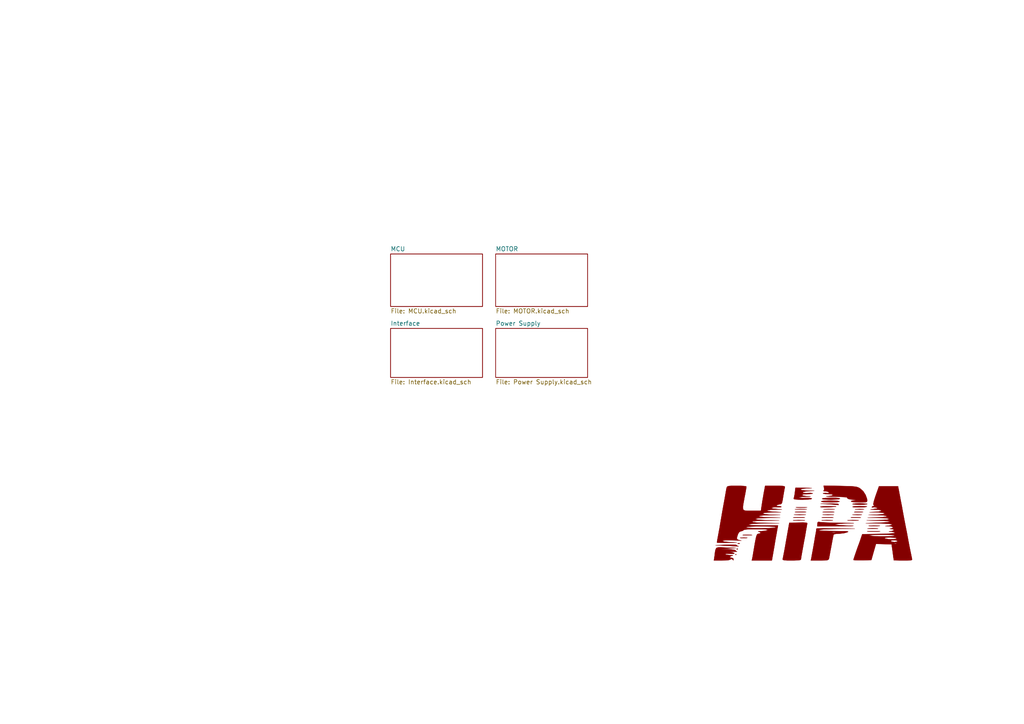
<source format=kicad_sch>
(kicad_sch (version 20211123) (generator eeschema)

  (uuid 062ee35a-5f31-4622-864a-bf06c00bba84)

  (paper "A4")

  (title_block
    (title "Wafer Pre-Aligner")
    (date "2021-03-16")
    (rev "1.0")
    (company "JPT Electronics")
  )

  (lib_symbols
    (symbol "Pre-Aligner-rescue:LOGO-LOGO-Pre-Aligner-rescue" (pin_names (offset 1.016)) (in_bom yes) (on_board yes)
      (property "Reference" "#G" (id 0) (at 0 -21.9456 0)
        (effects (font (size 1.524 1.524)) hide)
      )
      (property "Value" "LOGO-LOGO-Pre-Aligner-rescue" (id 1) (at 0 21.9456 0)
        (effects (font (size 1.524 1.524)) hide)
      )
      (property "Footprint" "" (id 2) (at 0 0 0)
        (effects (font (size 1.27 1.27)) hide)
      )
      (property "Datasheet" "" (id 3) (at 0 0 0)
        (effects (font (size 1.27 1.27)) hide)
      )
      (symbol "LOGO-LOGO-Pre-Aligner-rescue_0_0"
        (polyline
          (pts
            (xy -21.3868 -8.4328)
            (xy -21.5138 -8.3058)
            (xy -21.6662 -8.4328)
            (xy -21.5138 -8.5598)
            (xy -21.3868 -8.4328)
          )
          (stroke (width 0.0254) (type default) (color 0 0 0 0))
          (fill (type outline))
        )
        (polyline
          (pts
            (xy -20.9804 -6.9342)
            (xy -20.955 -6.7818)
            (xy -20.9804 -6.7564)
            (xy -21.3106 -6.7818)
            (xy -21.336 -6.858)
            (xy -21.1328 -6.9596)
            (xy -20.9804 -6.9342)
          )
          (stroke (width 0.0254) (type default) (color 0 0 0 0))
          (fill (type outline))
        )
        (polyline
          (pts
            (xy -20.4724 -5.3086)
            (xy -20.3962 -5.1816)
            (xy -20.4978 -5.1308)
            (xy -20.9042 -5.1816)
            (xy -21.0312 -5.2578)
            (xy -20.7518 -5.334)
            (xy -20.4724 -5.3086)
          )
          (stroke (width 0.0254) (type default) (color 0 0 0 0))
          (fill (type outline))
        )
        (polyline
          (pts
            (xy -18.1864 -3.6068)
            (xy -18.3896 -3.556)
            (xy -19.177 -3.5052)
            (xy -20.1168 -3.556)
            (xy -20.1676 -3.556)
            (xy -20.32 -3.6068)
            (xy -19.9898 -3.6576)
            (xy -18.4658 -3.6576)
            (xy -18.1864 -3.6068)
          )
          (stroke (width 0.0254) (type default) (color 0 0 0 0))
          (fill (type outline))
        )
        (polyline
          (pts
            (xy -16.9926 -2.8194)
            (xy -16.7894 -2.794)
            (xy -17.0434 -2.7432)
            (xy -17.1704 -2.7432)
            (xy -18.2626 -2.7178)
            (xy -19.3294 -2.7432)
            (xy -19.5326 -2.7686)
            (xy -19.5072 -2.8194)
            (xy -19.05 -2.8448)
            (xy -17.653 -2.8448)
            (xy -16.9926 -2.8194)
          )
          (stroke (width 0.0254) (type default) (color 0 0 0 0))
          (fill (type outline))
        )
        (polyline
          (pts
            (xy -1.651 2.2606)
            (xy -1.4732 2.286)
            (xy -1.8034 2.3368)
            (xy -2.1844 2.3622)
            (xy -3.429 2.3622)
            (xy -4.6228 2.3368)
            (xy -4.9276 2.286)
            (xy -4.8006 2.2606)
            (xy -4.191 2.2352)
            (xy -2.2606 2.2352)
            (xy -1.651 2.2606)
          )
          (stroke (width 0.0254) (type default) (color 0 0 0 0))
          (fill (type outline))
        )
        (polyline
          (pts
            (xy -1.3208 3.8608)
            (xy -1.1176 3.8862)
            (xy -1.397 3.937)
            (xy -1.778 3.9624)
            (xy -2.9464 3.9624)
            (xy -4.064 3.937)
            (xy -4.3942 3.9116)
            (xy -4.2926 3.8608)
            (xy -3.7592 3.8354)
            (xy -1.9558 3.8354)
            (xy -1.3208 3.8608)
          )
          (stroke (width 0.0254) (type default) (color 0 0 0 0))
          (fill (type outline))
        )
        (polyline
          (pts
            (xy -1.1176 4.6736)
            (xy -0.9398 4.699)
            (xy -1.27 4.7244)
            (xy -1.651 4.7498)
            (xy -2.8956 4.7752)
            (xy -4.0894 4.7244)
            (xy -4.3942 4.699)
            (xy -4.2418 4.6736)
            (xy -3.6576 4.6482)
            (xy -1.7272 4.6482)
            (xy -1.1176 4.6736)
          )
          (stroke (width 0.0254) (type default) (color 0 0 0 0))
          (fill (type outline))
        )
        (polyline
          (pts
            (xy -1.0414 5.207)
            (xy -0.8382 5.2324)
            (xy -1.143 5.2578)
            (xy -1.524 5.2832)
            (xy -2.667 5.3086)
            (xy -3.81 5.2832)
            (xy -4.1402 5.2324)
            (xy -4.0386 5.207)
            (xy -3.4798 5.1816)
            (xy -1.6764 5.1816)
            (xy -1.0414 5.207)
          )
          (stroke (width 0.0254) (type default) (color 0 0 0 0))
          (fill (type outline))
        )
        (polyline
          (pts
            (xy 6.6294 2.2606)
            (xy 6.8072 2.286)
            (xy 6.477 2.3368)
            (xy 6.096 2.3622)
            (xy 4.8514 2.3622)
            (xy 3.683 2.3368)
            (xy 3.3528 2.286)
            (xy 3.5052 2.2606)
            (xy 4.0894 2.2352)
            (xy 6.0452 2.2352)
            (xy 6.6294 2.2606)
          )
          (stroke (width 0.0254) (type default) (color 0 0 0 0))
          (fill (type outline))
        )
        (polyline
          (pts
            (xy 6.9088 3.8608)
            (xy 7.0612 3.8862)
            (xy 6.7564 3.937)
            (xy 6.3754 3.9624)
            (xy 5.1054 3.9624)
            (xy 3.937 3.937)
            (xy 3.6068 3.8862)
            (xy 3.7592 3.8608)
            (xy 4.3688 3.8354)
            (xy 6.2992 3.8354)
            (xy 6.9088 3.8608)
          )
          (stroke (width 0.0254) (type default) (color 0 0 0 0))
          (fill (type outline))
        )
        (polyline
          (pts
            (xy 6.9596 4.6736)
            (xy 7.1628 4.699)
            (xy 6.8834 4.7244)
            (xy 6.5024 4.7498)
            (xy 5.334 4.7752)
            (xy 4.2164 4.7244)
            (xy 3.8862 4.699)
            (xy 3.9878 4.6736)
            (xy 4.5212 4.6482)
            (xy 6.3246 4.6482)
            (xy 6.9596 4.6736)
          )
          (stroke (width 0.0254) (type default) (color 0 0 0 0))
          (fill (type outline))
        )
        (polyline
          (pts
            (xy 14.5288 2.2606)
            (xy 14.7574 2.286)
            (xy 14.5034 2.3368)
            (xy 14.2494 2.3368)
            (xy 13.1826 2.3622)
            (xy 12.1158 2.3368)
            (xy 11.8364 2.3114)
            (xy 11.8618 2.2606)
            (xy 12.3444 2.2352)
            (xy 13.8684 2.2352)
            (xy 14.5288 2.2606)
          )
          (stroke (width 0.0254) (type default) (color 0 0 0 0))
          (fill (type outline))
        )
        (polyline
          (pts
            (xy 15.1384 3.8608)
            (xy 15.3924 3.8862)
            (xy 15.1892 3.937)
            (xy 15.0368 3.937)
            (xy 14.0462 3.9624)
            (xy 13.0302 3.937)
            (xy 12.827 3.9116)
            (xy 12.8016 3.8608)
            (xy 13.208 3.8354)
            (xy 14.4526 3.8354)
            (xy 15.1384 3.8608)
          )
          (stroke (width 0.0254) (type default) (color 0 0 0 0))
          (fill (type outline))
        )
        (polyline
          (pts
            (xy 20.066 -0.1524)
            (xy 20.2692 -0.127)
            (xy 19.9898 -0.0762)
            (xy 19.6088 -0.0508)
            (xy 18.4404 -0.0254)
            (xy 17.3228 -0.0762)
            (xy 16.9926 -0.1016)
            (xy 17.0942 -0.1524)
            (xy 17.6276 -0.1778)
            (xy 19.431 -0.1778)
            (xy 20.066 -0.1524)
          )
          (stroke (width 0.0254) (type default) (color 0 0 0 0))
          (fill (type outline))
        )
        (polyline
          (pts
            (xy -2.2606 1.4478)
            (xy -1.651 1.4478)
            (xy -1.4732 1.4986)
            (xy -1.8034 1.524)
            (xy -2.1844 1.5494)
            (xy -3.429 1.5748)
            (xy -4.6228 1.524)
            (xy -4.9276 1.4986)
            (xy -4.8006 1.4478)
            (xy -4.191 1.4478)
            (xy -3.2004 1.4224)
            (xy -2.2606 1.4478)
          )
          (stroke (width 0.0254) (type default) (color 0 0 0 0))
          (fill (type outline))
        )
        (polyline
          (pts
            (xy -1.9812 3.048)
            (xy -1.3716 3.0734)
            (xy -1.2192 3.0988)
            (xy -1.5494 3.1242)
            (xy -1.9304 3.1496)
            (xy -3.175 3.175)
            (xy -4.3434 3.1242)
            (xy -4.6736 3.0988)
            (xy -4.5212 3.0734)
            (xy -3.937 3.048)
            (xy -2.9464 3.0226)
            (xy -1.9812 3.048)
          )
          (stroke (width 0.0254) (type default) (color 0 0 0 0))
          (fill (type outline))
        )
        (polyline
          (pts
            (xy 6.0706 3.048)
            (xy 6.7056 3.048)
            (xy 6.9088 3.0988)
            (xy 6.6294 3.1242)
            (xy 6.2484 3.1496)
            (xy 5.08 3.175)
            (xy 3.937 3.1242)
            (xy 3.6322 3.0988)
            (xy 3.7084 3.0734)
            (xy 4.2672 3.048)
            (xy 5.207 3.0226)
            (xy 6.0706 3.048)
          )
          (stroke (width 0.0254) (type default) (color 0 0 0 0))
          (fill (type outline))
        )
        (polyline
          (pts
            (xy 6.4262 1.4478)
            (xy 6.6294 1.4986)
            (xy 6.35 1.524)
            (xy 5.969 1.5494)
            (xy 4.8006 1.5748)
            (xy 3.683 1.524)
            (xy 3.3528 1.4986)
            (xy 3.4544 1.4478)
            (xy 3.9878 1.4478)
            (xy 4.953 1.4224)
            (xy 5.7912 1.4224)
            (xy 6.4262 1.4478)
          )
          (stroke (width 0.0254) (type default) (color 0 0 0 0))
          (fill (type outline))
        )
        (polyline
          (pts
            (xy 8.2804 6.1468)
            (xy 8.255 6.1976)
            (xy 7.7978 6.2992)
            (xy 6.9342 6.35)
            (xy 5.6896 6.35)
            (xy 3.0734 6.2992)
            (xy 5.6134 6.1468)
            (xy 6.2738 6.096)
            (xy 7.239 6.0198)
            (xy 7.9502 5.969)
            (xy 8.2296 5.9182)
            (xy 8.2804 6.1468)
          )
          (stroke (width 0.0254) (type default) (color 0 0 0 0))
          (fill (type outline))
        )
        (polyline
          (pts
            (xy 13.9192 1.4478)
            (xy 14.1224 1.4986)
            (xy 13.843 1.524)
            (xy 13.462 1.5494)
            (xy 12.2936 1.5748)
            (xy 11.176 1.524)
            (xy 10.8458 1.4986)
            (xy 10.9474 1.4478)
            (xy 11.4808 1.4478)
            (xy 12.4206 1.4224)
            (xy 13.2842 1.4224)
            (xy 13.9192 1.4478)
          )
          (stroke (width 0.0254) (type default) (color 0 0 0 0))
          (fill (type outline))
        )
        (polyline
          (pts
            (xy 14.8082 3.048)
            (xy 15.0368 3.0988)
            (xy 14.7574 3.1242)
            (xy 14.6558 3.1496)
            (xy 13.5636 3.175)
            (xy 12.4968 3.1242)
            (xy 12.2936 3.0988)
            (xy 12.2936 3.0734)
            (xy 12.7762 3.048)
            (xy 13.6398 3.0226)
            (xy 14.1732 3.0226)
            (xy 14.8082 3.048)
          )
          (stroke (width 0.0254) (type default) (color 0 0 0 0))
          (fill (type outline))
        )
        (polyline
          (pts
            (xy 15.3924 4.6482)
            (xy 15.6718 4.699)
            (xy 15.4432 4.7244)
            (xy 15.3162 4.7498)
            (xy 14.3256 4.7752)
            (xy 13.3096 4.7244)
            (xy 13.1064 4.7244)
            (xy 13.0556 4.6736)
            (xy 13.4874 4.6482)
            (xy 14.3002 4.6228)
            (xy 14.732 4.6228)
            (xy 15.3924 4.6482)
          )
          (stroke (width 0.0254) (type default) (color 0 0 0 0))
          (fill (type outline))
        )
        (polyline
          (pts
            (xy 18.923 -0.9652)
            (xy 19.558 -0.9652)
            (xy 19.7358 -0.9144)
            (xy 19.4564 -0.889)
            (xy 19.2024 -0.8636)
            (xy 18.034 -0.8382)
            (xy 16.9164 -0.889)
            (xy 16.637 -0.9144)
            (xy 16.7132 -0.9398)
            (xy 17.2466 -0.9652)
            (xy 18.1864 -0.9906)
            (xy 18.923 -0.9652)
          )
          (stroke (width 0.0254) (type default) (color 0 0 0 0))
          (fill (type outline))
        )
        (polyline
          (pts
            (xy 20.193 -1.7526)
            (xy 20.3454 -1.7272)
            (xy 19.9898 -1.6764)
            (xy 19.4564 -1.651)
            (xy 18.1356 -1.651)
            (xy 16.9164 -1.6764)
            (xy 16.8148 -1.6764)
            (xy 16.5354 -1.7272)
            (xy 16.764 -1.7526)
            (xy 17.399 -1.778)
            (xy 19.6088 -1.778)
            (xy 20.193 -1.7526)
          )
          (stroke (width 0.0254) (type default) (color 0 0 0 0))
          (fill (type outline))
        )
        (polyline
          (pts
            (xy -20.9296 -5.969)
            (xy -21.1836 -5.8674)
            (xy -21.3868 -5.6642)
            (xy -21.59 -5.6134)
            (xy -22.225 -5.588)
            (xy -23.2156 -5.588)
            (xy -24.4094 -5.6134)
            (xy -27.4066 -5.7404)
            (xy -24.3332 -5.8928)
            (xy -23.2156 -5.9436)
            (xy -22.098 -6.0198)
            (xy -21.2852 -6.0452)
            (xy -20.8534 -6.0706)
            (xy -20.701 -6.0706)
            (xy -20.9296 -5.969)
          )
          (stroke (width 0.0254) (type default) (color 0 0 0 0))
          (fill (type outline))
        )
        (polyline
          (pts
            (xy 6.2484 5.334)
            (xy 7.1882 5.4102)
            (xy 7.5946 5.461)
            (xy 7.493 5.5118)
            (xy 6.8326 5.5372)
            (xy 5.6896 5.5626)
            (xy 4.8514 5.5626)
            (xy 3.8608 5.5372)
            (xy 3.175 5.4864)
            (xy 2.9464 5.4102)
            (xy 2.9464 5.3848)
            (xy 3.2512 5.3086)
            (xy 3.937 5.2832)
            (xy 4.8768 5.2832)
            (xy 6.2484 5.334)
          )
          (stroke (width 0.0254) (type default) (color 0 0 0 0))
          (fill (type outline))
        )
        (polyline
          (pts
            (xy 15.494 5.2832)
            (xy 16.1798 5.3594)
            (xy 16.51 5.461)
            (xy 16.51 5.4864)
            (xy 16.1798 5.5372)
            (xy 15.4686 5.588)
            (xy 14.478 5.6134)
            (xy 14.1478 5.6134)
            (xy 13.208 5.5626)
            (xy 12.5476 5.5118)
            (xy 12.2936 5.4102)
            (xy 12.4206 5.334)
            (xy 12.9286 5.2832)
            (xy 13.716 5.2578)
            (xy 14.6304 5.2578)
            (xy 15.494 5.2832)
          )
          (stroke (width 0.0254) (type default) (color 0 0 0 0))
          (fill (type outline))
        )
        (polyline
          (pts
            (xy 6.604 7.493)
            (xy 7.62 7.5438)
            (xy 8.3566 7.62)
            (xy 8.6868 7.747)
            (xy 8.6868 7.7978)
            (xy 8.3312 7.9248)
            (xy 7.4676 8.001)
            (xy 6.1722 8.0264)
            (xy 5.5372 8.001)
            (xy 4.445 7.9502)
            (xy 3.7338 7.874)
            (xy 3.4798 7.747)
            (xy 3.5052 7.6962)
            (xy 3.937 7.5692)
            (xy 4.8006 7.5184)
            (xy 5.9944 7.4676)
            (xy 6.604 7.493)
          )
          (stroke (width 0.0254) (type default) (color 0 0 0 0))
          (fill (type outline))
        )
        (polyline
          (pts
            (xy 7.5946 6.731)
            (xy 8.3058 6.8326)
            (xy 8.5598 6.9342)
            (xy 8.4836 7.0104)
            (xy 8.0264 7.112)
            (xy 7.112 7.1882)
            (xy 5.8674 7.2136)
            (xy 5.2578 7.2136)
            (xy 4.1656 7.1628)
            (xy 3.4544 7.0612)
            (xy 3.2004 6.9342)
            (xy 3.2512 6.8834)
            (xy 3.7338 6.7818)
            (xy 4.6482 6.7056)
            (xy 5.8674 6.6802)
            (xy 6.5024 6.6802)
            (xy 7.5946 6.731)
          )
          (stroke (width 0.0254) (type default) (color 0 0 0 0))
          (fill (type outline))
        )
        (polyline
          (pts
            (xy 15.6718 6.0452)
            (xy 16.3322 6.1214)
            (xy 16.5862 6.1976)
            (xy 16.5608 6.2484)
            (xy 16.1798 6.3246)
            (xy 15.4178 6.3754)
            (xy 14.4272 6.4008)
            (xy 14.1224 6.4008)
            (xy 13.208 6.3754)
            (xy 12.5476 6.2992)
            (xy 12.2936 6.1976)
            (xy 12.319 6.1722)
            (xy 12.7 6.096)
            (xy 13.4366 6.0452)
            (xy 14.4272 6.0198)
            (xy 14.732 6.0198)
            (xy 15.6718 6.0452)
          )
          (stroke (width 0.0254) (type default) (color 0 0 0 0))
          (fill (type outline))
        )
        (polyline
          (pts
            (xy -3.6068 -10.1092)
            (xy -2.921 -10.033)
            (xy -2.667 -9.9314)
            (xy -2.6162 -9.5758)
            (xy -2.4892 -8.7884)
            (xy -2.286 -7.6454)
            (xy -2.032 -6.2484)
            (xy -1.7526 -4.6736)
            (xy -1.7272 -4.572)
            (xy -1.4224 -2.9972)
            (xy -1.1938 -1.6002)
            (xy -0.9906 -0.4572)
            (xy -0.8636 0.3048)
            (xy -0.8128 0.6604)
            (xy -0.8128 0.6858)
            (xy -1.1938 0.8128)
            (xy -2.0574 0.8636)
            (xy -3.4036 0.8382)
            (xy -6.0198 0.762)
            (xy -6.9342 -4.3688)
            (xy -6.9596 -4.5212)
            (xy -7.239 -6.1214)
            (xy -7.493 -7.5184)
            (xy -7.7216 -8.6868)
            (xy -7.874 -9.4742)
            (xy -7.9502 -9.8298)
            (xy -7.874 -9.9822)
            (xy -7.4676 -10.0838)
            (xy -6.6548 -10.16)
            (xy -4.572 -10.16)
            (xy -3.6068 -10.1092)
          )
          (stroke (width 0.0254) (type default) (color 0 0 0 0))
          (fill (type outline))
        )
        (polyline
          (pts
            (xy 8.0772 -0.2286)
            (xy 9.3218 -0.2032)
            (xy 10.8458 -0.1778)
            (xy 11.8872 -0.1778)
            (xy 12.446 -0.1524)
            (xy 12.573 -0.127)
            (xy 12.2428 -0.1016)
            (xy 11.5316 -0.0762)
            (xy 10.414 -0.0254)
            (xy 9.9822 0)
            (xy 8.7884 0.0762)
            (xy 7.874 0.1524)
            (xy 7.3152 0.254)
            (xy 7.2136 0.3302)
            (xy 7.239 0.3302)
            (xy 7.7216 0.4064)
            (xy 8.5852 0.4826)
            (xy 9.7536 0.5588)
            (xy 11.0998 0.6096)
            (xy 11.4808 0.6096)
            (xy 12.319 0.635)
            (xy 12.7 0.6604)
            (xy 12.573 0.6858)
            (xy 11.9634 0.6858)
            (xy 10.8458 0.7112)
            (xy 9.1948 0.7366)
            (xy 8.9662 0.7366)
            (xy 7.2898 0.762)
            (xy 5.7404 0.8128)
            (xy 4.445 0.8636)
            (xy 3.4798 0.9144)
            (xy 2.9718 0.9652)
            (xy 2.4638 1.0414)
            (xy 2.1844 0.9144)
            (xy 2.1336 0.4318)
            (xy 2.1336 -0.2794)
            (xy 8.0772 -0.2286)
          )
          (stroke (width 0.0254) (type default) (color 0 0 0 0))
          (fill (type outline))
        )
        (polyline
          (pts
            (xy -24.4602 -10.1346)
            (xy -23.5204 -10.033)
            (xy -23.0378 -9.8298)
            (xy -22.733 -9.652)
            (xy -22.4536 -9.906)
            (xy -22.4282 -9.9314)
            (xy -22.2504 -10.1346)
            (xy -22.1996 -9.8298)
            (xy -22.2758 -9.5504)
            (xy -22.733 -9.3726)
            (xy -23.0124 -9.3472)
            (xy -23.241 -9.1694)
            (xy -23.0886 -8.9408)
            (xy -22.5298 -8.763)
            (xy -22.352 -8.7122)
            (xy -22.5552 -8.636)
            (xy -23.1902 -8.6106)
            (xy -23.749 -8.5598)
            (xy -24.3586 -8.4582)
            (xy -24.6126 -8.3312)
            (xy -24.511 -8.255)
            (xy -24.0284 -8.2042)
            (xy -23.2664 -8.2296)
            (xy -22.9108 -8.255)
            (xy -22.1742 -8.2296)
            (xy -21.9202 -8.0772)
            (xy -22.0726 -7.9502)
            (xy -22.6314 -7.7724)
            (xy -23.4696 -7.6708)
            (xy -23.8506 -7.6454)
            (xy -24.0284 -7.62)
            (xy -23.6982 -7.5946)
            (xy -22.86 -7.62)
            (xy -21.6916 -7.62)
            (xy -21.209 -7.5946)
            (xy -21.1836 -7.5438)
            (xy -21.4376 -7.4676)
            (xy -21.6662 -7.2136)
            (xy -21.6662 -7.1882)
            (xy -22.0218 -7.0612)
            (xy -22.7584 -6.9596)
            (xy -23.7236 -6.9088)
            (xy -25.8064 -6.858)
            (xy -23.6728 -6.7056)
            (xy -21.5138 -6.5278)
            (xy -24.384 -6.4262)
            (xy -24.8158 -6.4008)
            (xy -25.9588 -6.35)
            (xy -26.7208 -6.3754)
            (xy -27.178 -6.5532)
            (xy -27.4066 -6.985)
            (xy -27.559 -7.6962)
            (xy -27.686 -8.763)
            (xy -27.8892 -10.16)
            (xy -25.6286 -10.16)
            (xy -24.4602 -10.1346)
          )
          (stroke (width 0.0254) (type default) (color 0 0 0 0))
          (fill (type outline))
        )
        (polyline
          (pts
            (xy -1.778 7.493)
            (xy -0.508 7.5184)
            (xy 0.2794 7.62)
            (xy 0.5334 7.7724)
            (xy 0.381 7.8994)
            (xy -0.2286 7.9756)
            (xy -1.4224 7.9756)
            (xy -2.3368 7.9502)
            (xy -2.9718 8.001)
            (xy -3.2004 8.0772)
            (xy -3.2004 8.1026)
            (xy -2.8956 8.2042)
            (xy -2.2098 8.2804)
            (xy -1.27 8.3312)
            (xy -0.6604 8.3566)
            (xy 0 8.382)
            (xy 0.1778 8.4074)
            (xy -0.127 8.4328)
            (xy -0.8636 8.4836)
            (xy -1.7526 8.5852)
            (xy -2.286 8.7376)
            (xy -2.3114 8.89)
            (xy -1.8034 9.0424)
            (xy -0.8128 9.0932)
            (xy -0.0762 9.1186)
            (xy 0.5588 9.1694)
            (xy 0.7874 9.2964)
            (xy 0.6604 9.3472)
            (xy 0.127 9.4234)
            (xy -0.6604 9.398)
            (xy -1.1938 9.3726)
            (xy -1.905 9.4234)
            (xy -2.1336 9.5758)
            (xy -1.9558 9.7282)
            (xy -1.3462 9.8552)
            (xy -0.4826 9.9568)
            (xy 1.1938 10.0584)
            (xy -0.7112 10.1092)
            (xy -1.4224 10.1346)
            (xy -2.3368 10.2362)
            (xy -2.7432 10.3886)
            (xy -2.6416 10.541)
            (xy -2.032 10.668)
            (xy -0.889 10.7696)
            (xy -0.5334 10.7696)
            (xy 0.2286 10.8204)
            (xy 0.508 10.8458)
            (xy 0.3302 10.8458)
            (xy -0.3302 10.8712)
            (xy -1.4986 10.8966)
            (xy -4.2164 10.9474)
            (xy -4.3942 9.6266)
            (xy -4.445 9.1694)
            (xy -4.5974 8.3566)
            (xy -4.7244 7.874)
            (xy -4.7498 7.7724)
            (xy -4.5974 7.62)
            (xy -4.191 7.5438)
            (xy -3.4036 7.493)
            (xy -2.159 7.4676)
            (xy -1.778 7.493)
          )
          (stroke (width 0.0254) (type default) (color 0 0 0 0))
          (fill (type outline))
        )
        (polyline
          (pts
            (xy 15.9766 6.7056)
            (xy 16.383 6.8072)
            (xy 16.5354 6.985)
            (xy 16.5608 7.2898)
            (xy 16.51 7.747)
            (xy 16.1036 8.8646)
            (xy 15.4178 9.9314)
            (xy 14.5288 10.7188)
            (xy 14.1986 10.922)
            (xy 13.7922 11.0998)
            (xy 13.3096 11.2268)
            (xy 12.6492 11.303)
            (xy 11.7094 11.3792)
            (xy 10.4394 11.4046)
            (xy 8.7122 11.4554)
            (xy 3.937 11.5316)
            (xy 4.064 10.8458)
            (xy 4.0894 10.3632)
            (xy 3.9116 10.0584)
            (xy 3.8608 10.033)
            (xy 3.9624 9.9568)
            (xy 4.4704 9.906)
            (xy 5.1308 9.8044)
            (xy 5.4864 9.5758)
            (xy 5.5372 9.525)
            (xy 5.3594 9.3726)
            (xy 4.7244 9.398)
            (xy 4.5466 9.4234)
            (xy 3.9624 9.398)
            (xy 3.7338 9.2964)
            (xy 3.8608 9.2202)
            (xy 4.3942 9.1186)
            (xy 5.207 9.0932)
            (xy 5.2324 9.0932)
            (xy 6.1722 9.0424)
            (xy 6.604 8.9154)
            (xy 6.5532 8.7376)
            (xy 6.0198 8.5852)
            (xy 4.7498 8.4582)
            (xy 4.699 8.4328)
            (xy 5.1308 8.382)
            (xy 5.969 8.3566)
            (xy 7.1628 8.3312)
            (xy 7.2898 8.3312)
            (xy 8.8392 8.2804)
            (xy 9.9568 8.2296)
            (xy 10.6426 8.128)
            (xy 10.8204 8.0264)
            (xy 10.795 7.9248)
            (xy 11.0744 7.6962)
            (xy 11.811 7.5438)
            (xy 13.1064 7.3914)
            (xy 14.3002 7.3152)
            (xy 13.0048 7.2644)
            (xy 12.5984 7.239)
            (xy 12.0142 7.112)
            (xy 11.8872 6.9342)
            (xy 11.9634 6.9088)
            (xy 12.446 6.7818)
            (xy 13.2588 6.7056)
            (xy 14.3256 6.6802)
            (xy 15.24 6.6802)
            (xy 15.9766 6.7056)
          )
          (stroke (width 0.0254) (type default) (color 0 0 0 0))
          (fill (type outline))
        )
        (polyline
          (pts
            (xy 4.4196 -10.1346)
            (xy 5.0038 -10.0584)
            (xy 5.3086 -9.9314)
            (xy 5.461 -9.7028)
            (xy 5.5626 -9.271)
            (xy 5.9182 -7.3152)
            (xy 6.1722 -6.0198)
            (xy 6.1722 -5.9944)
            (xy 6.4008 -4.7498)
            (xy 6.604 -3.683)
            (xy 6.7564 -2.9464)
            (xy 6.858 -2.6162)
            (xy 7.0104 -2.54)
            (xy 7.5692 -2.4384)
            (xy 8.3566 -2.3876)
            (xy 8.8138 -2.3622)
            (xy 9.8552 -2.2352)
            (xy 10.6934 -2.0066)
            (xy 10.8458 -1.9558)
            (xy 11.049 -1.8288)
            (xy 10.9982 -1.7526)
            (xy 10.6426 -1.7018)
            (xy 9.9314 -1.651)
            (xy 8.7884 -1.651)
            (xy 7.1628 -1.6256)
            (xy 5.5626 -1.6002)
            (xy 4.0386 -1.5494)
            (xy 3.048 -1.4986)
            (xy 2.5654 -1.397)
            (xy 2.5908 -1.2954)
            (xy 3.1242 -1.2192)
            (xy 4.1402 -1.1176)
            (xy 5.6642 -1.0668)
            (xy 7.6708 -1.016)
            (xy 12.954 -0.9398)
            (xy 7.4168 -0.8636)
            (xy 5.3086 -0.8636)
            (xy 3.9116 -0.8382)
            (xy 2.8448 -0.8636)
            (xy 2.1336 -0.8636)
            (xy 1.8796 -0.889)
            (xy 1.8542 -0.9144)
            (xy 1.8034 -1.3208)
            (xy 1.7018 -2.0066)
            (xy 5.715 -2.0066)
            (xy 5.9436 -1.9558)
            (xy 6.9596 -1.905)
            (xy 7.9502 -1.9558)
            (xy 8.1026 -1.9558)
            (xy 8.1534 -2.0066)
            (xy 7.747 -2.032)
            (xy 6.9596 -2.0574)
            (xy 6.6294 -2.0574)
            (xy 5.9436 -2.032)
            (xy 5.715 -2.0066)
            (xy 1.7018 -2.0066)
            (xy 1.6764 -2.1336)
            (xy 1.4732 -3.2004)
            (xy 1.27 -4.445)
            (xy 1.0414 -5.7658)
            (xy 0.8128 -7.0358)
            (xy 0.6096 -8.128)
            (xy 0.4572 -8.9662)
            (xy 0.381 -9.4234)
            (xy 0.2286 -10.16)
            (xy 3.4544 -10.16)
            (xy 4.4196 -10.1346)
          )
          (stroke (width 0.0254) (type default) (color 0 0 0 0))
          (fill (type outline))
        )
        (polyline
          (pts
            (xy 29.0068 -10.1346)
            (xy 29.4132 -10.0584)
            (xy 29.591 -9.906)
            (xy 29.5656 -9.7028)
            (xy 29.4894 -9.2964)
            (xy 29.3116 -8.4328)
            (xy 29.0576 -7.2136)
            (xy 28.7528 -5.6896)
            (xy 28.4226 -3.937)
            (xy 28.067 -2.0066)
            (xy 27.7368 -0.3556)
            (xy 27.3304 1.7526)
            (xy 26.9494 3.7846)
            (xy 26.6192 5.6388)
            (xy 26.3144 7.1628)
            (xy 26.1112 8.2804)
            (xy 25.527 11.3538)
            (xy 19.9898 11.3538)
            (xy 19.05 8.7122)
            (xy 18.923 8.3312)
            (xy 18.5674 7.2136)
            (xy 18.3896 6.477)
            (xy 18.3642 6.0452)
            (xy 18.4912 5.842)
            (xy 18.669 5.6642)
            (xy 18.3896 5.6134)
            (xy 18.1356 5.5626)
            (xy 17.907 5.334)
            (xy 17.9324 5.2324)
            (xy 18.1864 5.207)
            (xy 18.5674 5.2832)
            (xy 19.2024 5.1816)
            (xy 19.431 5.1054)
            (xy 19.6342 5.0038)
            (xy 19.4056 4.9022)
            (xy 18.7198 4.8006)
            (xy 17.5006 4.6228)
            (xy 19.0246 4.572)
            (xy 20.0914 4.4958)
            (xy 20.6248 4.3688)
            (xy 20.6248 4.191)
            (xy 20.0914 4.0386)
            (xy 19.05 3.937)
            (xy 17.2466 3.8354)
            (xy 19.4564 3.7846)
            (xy 19.812 3.7846)
            (xy 20.7518 3.7084)
            (xy 21.4122 3.6068)
            (xy 21.6662 3.4798)
            (xy 21.6154 3.429)
            (xy 21.1582 3.302)
            (xy 20.3454 3.2004)
            (xy 19.304 3.1242)
            (xy 16.9672 3.048)
            (xy 19.558 2.9972)
            (xy 20.193 2.9718)
            (xy 21.4122 2.8956)
            (xy 22.098 2.7686)
            (xy 22.2758 2.6416)
            (xy 21.9202 2.5146)
            (xy 21.0058 2.413)
            (xy 19.5834 2.3368)
            (xy 16.7132 2.2352)
            (xy 19.8374 2.1844)
            (xy 19.8628 2.1844)
            (xy 21.4122 2.1336)
            (xy 22.4282 2.032)
            (xy 22.9362 1.9304)
            (xy 22.9108 1.8034)
            (xy 22.352 1.6764)
            (xy 21.2852 1.6002)
            (xy 19.7104 1.5494)
            (xy 16.4338 1.4732)
            (xy 19.6596 1.397)
            (xy 19.939 1.397)
            (xy 21.5138 1.3208)
            (xy 22.5552 1.2446)
            (xy 23.0886 1.1684)
            (xy 23.0886 1.0668)
            (xy 22.5552 0.9652)
            (xy 21.5138 0.8636)
            (xy 19.9136 0.7874)
            (xy 16.1798 0.635)
            (xy 19.9898 0.5842)
            (xy 20.4216 0.5842)
            (xy 21.7678 0.5334)
            (xy 22.8346 0.4572)
            (xy 23.5458 0.381)
            (xy 23.7998 0.2794)
            (xy 23.7744 0.2286)
            (xy 23.4442 0.0508)
            (xy 22.7838 -0.0762)
            (xy 21.7932 -0.1778)
            (xy 22.9362 -0.2286)
            (xy 23.622 -0.3048)
            (xy 24.003 -0.4826)
            (xy 23.9776 -0.7112)
            (xy 23.4696 -0.889)
            (xy 23.1902 -0.9398)
            (xy 23.1394 -0.9906)
            (xy 23.5966 -1.0414)
            (xy 24.0284 -1.0922)
            (xy 24.3078 -1.2954)
            (xy 24.1046 -1.524)
            (xy 23.4696 -1.6764)
            (xy 23.241 -1.7018)
            (xy 22.86 -1.778)
            (xy 22.9616 -1.8034)
            (xy 23.5966 -1.8288)
            (xy 23.7744 -1.8542)
            (xy 24.3586 -1.9558)
            (xy 24.5872 -2.1336)
            (xy 24.511 -2.2098)
            (xy 23.9522 -2.286)
            (xy 22.9616 -2.3622)
            (xy 21.59 -2.4384)
            (xy 19.8628 -2.4638)
            (xy 15.1384 -2.54)
            (xy 15.0114 -2.921)
            (xy 17.145 -2.921)
            (xy 17.3228 -2.8448)
            (xy 17.9578 -2.7686)
            (xy 19.05 -2.7432)
            (xy 20.5232 -2.7178)
            (xy 22.3774 -2.7178)
            (xy 23.5712 -2.7686)
            (xy 24.3332 -2.8448)
            (xy 24.5872 -2.9464)
            (xy 24.5618 -2.9718)
            (xy 24.1808 -3.0734)
            (xy 23.4188 -3.1242)
            (xy 22.3774 -3.175)
            (xy 19.9644 -3.175)
            (xy 18.8214 -3.1242)
            (xy 17.8816 -3.048)
            (xy 17.2466 -2.9464)
            (xy 17.145 -2.921)
            (xy 15.0114 -2.921)
            (xy 14.732 -3.7338)
            (xy 21.6154 -3.7338)
            (xy 21.6408 -3.5814)
            (xy 22.1742 -3.5052)
            (xy 23.1902 -3.4798)
            (xy 23.241 -3.4798)
            (xy 24.2062 -3.5306)
            (xy 24.892 -3.6068)
            (xy 25.1206 -3.7592)
            (xy 24.9936 -3.8608)
            (xy 24.4602 -3.9624)
            (xy 23.6982 -4.0132)
            (xy 22.86 -3.9878)
            (xy 22.1234 -3.8862)
            (xy 21.6662 -3.7592)
            (xy 21.6154 -3.7338)
            (xy 14.732 -3.7338)
            (xy 14.478 -4.4958)
            (xy 23.368 -4.4958)
            (xy 23.622 -4.3434)
            (xy 24.3078 -4.2926)
            (xy 24.5618 -4.2926)
            (xy 25.1714 -4.3942)
            (xy 25.4 -4.5466)
            (xy 25.4 -4.572)
            (xy 25.0952 -4.7498)
            (xy 24.4856 -4.826)
            (xy 24.384 -4.826)
            (xy 23.749 -4.7244)
            (xy 23.3934 -4.5466)
            (xy 23.368 -4.4958)
            (xy 14.478 -4.4958)
            (xy 14.1986 -5.2832)
            (xy 24.4348 -5.2832)
            (xy 24.5364 -5.1816)
            (xy 24.6888 -5.1308)
            (xy 25.0444 -5.1816)
            (xy 25.0444 -5.2832)
            (xy 24.7142 -5.334)
            (xy 24.4348 -5.2832)
            (xy 14.1986 -5.2832)
            (xy 13.8684 -6.1468)
            (xy 13.6906 -6.6548)
            (xy 13.2588 -7.8994)
            (xy 12.9032 -8.9408)
            (xy 12.6746 -9.652)
            (xy 12.573 -9.9822)
            (xy 12.6746 -10.033)
            (xy 13.208 -10.0838)
            (xy 14.0716 -10.1092)
            (xy 15.1638 -10.1092)
            (xy 17.78 -10.033)
            (xy 18.4404 -7.6962)
            (xy 19.1262 -5.334)
            (xy 23.6474 -5.4864)
            (xy 23.9776 -7.7724)
            (xy 24.0284 -8.1788)
            (xy 24.1554 -9.144)
            (xy 24.257 -9.8298)
            (xy 24.3078 -10.1092)
            (xy 24.4348 -10.1092)
            (xy 24.9936 -10.1346)
            (xy 25.8826 -10.16)
            (xy 28.2194 -10.16)
            (xy 29.0068 -10.1346)
          )
          (stroke (width 0.0254) (type default) (color 0 0 0 0))
          (fill (type outline))
        )
        (polyline
          (pts
            (xy -10.3124 -5.8166)
            (xy -10.16 -4.8514)
            (xy -9.906 -3.4036)
            (xy -9.6774 -2.1844)
            (xy -9.525 -1.2446)
            (xy -9.4234 -0.7366)
            (xy -9.2964 0)
            (xy -13.9954 0)
            (xy -15.6718 0.0254)
            (xy -16.891 0.0762)
            (xy -17.6022 0.1524)
            (xy -17.78 0.254)
            (xy -17.7038 0.3048)
            (xy -17.1704 0.4064)
            (xy -16.2052 0.4826)
            (xy -14.8844 0.5588)
            (xy -13.2842 0.5842)
            (xy -8.9662 0.635)
            (xy -12.9032 0.7366)
            (xy -14.1478 0.762)
            (xy -15.5702 0.8382)
            (xy -16.4592 0.9398)
            (xy -16.8148 1.0414)
            (xy -16.637 1.1684)
            (xy -15.9258 1.27)
            (xy -14.6812 1.3462)
            (xy -12.9032 1.397)
            (xy -8.9662 1.4478)
            (xy -12.5222 1.524)
            (xy -13.1826 1.5494)
            (xy -14.605 1.6256)
            (xy -15.494 1.7272)
            (xy -15.875 1.8288)
            (xy -15.7226 1.9558)
            (xy -15.0622 2.0574)
            (xy -13.8938 2.1336)
            (xy -12.2174 2.1844)
            (xy -8.6868 2.2606)
            (xy -11.8364 2.3368)
            (xy -13.1318 2.3876)
            (xy -14.1986 2.4892)
            (xy -14.732 2.5908)
            (xy -14.7574 2.7178)
            (xy -14.2494 2.8448)
            (xy -13.208 2.9464)
            (xy -11.684 2.9972)
            (xy -8.6868 3.048)
            (xy -11.303 3.1242)
            (xy -11.8618 3.1496)
            (xy -13.0048 3.2512)
            (xy -13.6144 3.3782)
            (xy -13.716 3.5052)
            (xy -13.3096 3.6322)
            (xy -12.3952 3.7338)
            (xy -11.0236 3.7846)
            (xy -8.4328 3.8354)
            (xy -10.6934 3.9878)
            (xy -11.6332 4.064)
            (xy -12.319 4.191)
            (xy -12.4714 4.318)
            (xy -12.1412 4.4196)
            (xy -11.3538 4.5212)
            (xy -10.0838 4.5974)
            (xy -8.1534 4.6228)
            (xy -9.906 4.8006)
            (xy -10.668 4.8768)
            (xy -11.1506 4.953)
            (xy -11.2268 5.0546)
            (xy -10.8966 5.1816)
            (xy -10.1092 5.3086)
            (xy -9.2202 5.2832)
            (xy -8.5344 5.2832)
            (xy -8.2804 5.3848)
            (xy -8.3058 5.4102)
            (xy -8.5598 5.5626)
            (xy -9.1694 5.6134)
            (xy -9.4742 5.6134)
            (xy -9.779 5.6896)
            (xy -9.6266 5.8674)
            (xy -9.3218 6.0198)
            (xy -8.6614 6.1468)
            (xy -8.5598 6.1468)
            (xy -8.3058 6.2738)
            (xy -8.128 6.604)
            (xy -7.9756 7.2644)
            (xy -7.7978 8.3566)
            (xy -7.747 8.6614)
            (xy -7.5692 9.7028)
            (xy -7.4168 10.541)
            (xy -7.3152 11.0236)
            (xy -7.3152 11.2522)
            (xy -7.5184 11.3792)
            (xy -8.001 11.4554)
            (xy -8.8392 11.4808)
            (xy -13.0302 11.4808)
            (xy -13.4874 9.0932)
            (xy -13.5382 8.7122)
            (xy -13.7668 7.4422)
            (xy -13.9446 6.2992)
            (xy -14.0716 5.4864)
            (xy -14.2494 4.2672)
            (xy -18.2118 4.2672)
            (xy -18.8976 4.318)
            (xy -19.304 4.4958)
            (xy -19.4564 4.9022)
            (xy -19.4564 5.588)
            (xy -19.2786 6.6548)
            (xy -18.9992 8.1788)
            (xy -18.796 9.1948)
            (xy -18.6182 10.2108)
            (xy -18.4912 10.9728)
            (xy -18.4658 11.2776)
            (xy -18.5928 11.3538)
            (xy -19.177 11.43)
            (xy -20.0914 11.4808)
            (xy -22.86 11.4808)
            (xy -23.5204 11.43)
            (xy -23.9268 11.3284)
            (xy -24.1046 11.1506)
            (xy -24.2062 10.8966)
            (xy -24.2824 10.5156)
            (xy -24.4348 9.6774)
            (xy -24.638 8.509)
            (xy -24.892 7.0866)
            (xy -25.1968 5.4356)
            (xy -25.5016 3.7084)
            (xy -25.8064 1.9304)
            (xy -26.1112 0.1778)
            (xy -26.2128 -0.5334)
            (xy -18.5928 -0.5334)
            (xy -18.5166 -0.508)
            (xy -17.9832 -0.4064)
            (xy -17.018 -0.3302)
            (xy -15.6464 -0.2794)
            (xy -13.3858 -0.2794)
            (xy -11.7094 -0.3048)
            (xy -10.5918 -0.3556)
            (xy -9.9822 -0.4318)
            (xy -9.906 -0.5334)
            (xy -10.1854 -0.6096)
            (xy -10.8966 -0.7112)
            (xy -11.9126 -0.762)
            (xy -13.1064 -0.7874)
            (xy -14.4018 -0.8128)
            (xy -15.6972 -0.7874)
            (xy -16.8402 -0.762)
            (xy -17.78 -0.7112)
            (xy -18.415 -0.635)
            (xy -18.5928 -0.5334)
            (xy -26.2128 -0.5334)
            (xy -26.3906 -1.4224)
            (xy -26.6446 -2.8194)
            (xy -26.8478 -3.9116)
            (xy -26.9748 -4.6736)
            (xy -27.0002 -4.953)
            (xy -26.8478 -5.0038)
            (xy -26.2382 -5.0292)
            (xy -25.2984 -5.0546)
            (xy -24.13 -5.0292)
            (xy -21.2598 -4.9784)
            (xy -23.5204 -4.826)
            (xy -23.876 -4.8006)
            (xy -24.8666 -4.699)
            (xy -25.3492 -4.572)
            (xy -25.4254 -4.4704)
            (xy -25.0698 -4.3688)
            (xy -24.3586 -4.318)
            (xy -23.2918 -4.2926)
            (xy -21.971 -4.3434)
            (xy -20.9804 -4.3688)
            (xy -20.2438 -4.3942)
            (xy -19.9136 -4.3942)
            (xy -20.066 -4.3688)
            (xy -20.6248 -4.2672)
            (xy -21.1328 -4.0386)
            (xy -21.2344 -3.6068)
            (xy -21.0058 -2.8194)
            (xy -20.828 -2.3622)
            (xy -20.4724 -1.8542)
            (xy -19.939 -1.651)
            (xy -19.4818 -1.5494)
            (xy -19.2532 -1.3208)
            (xy -19.2532 -1.2954)
            (xy -18.8976 -1.2192)
            (xy -18.1102 -1.143)
            (xy -16.9672 -1.0922)
            (xy -14.0208 -1.0922)
            (xy -12.9286 -1.143)
            (xy -12.3444 -1.2192)
            (xy -12.2936 -1.3462)
            (xy -12.573 -1.4478)
            (xy -13.2842 -1.5748)
            (xy -14.1732 -1.651)
            (xy -14.7828 -1.6764)
            (xy -15.0622 -1.7272)
            (xy -14.9098 -1.8034)
            (xy -14.732 -1.8288)
            (xy -14.351 -2.0574)
            (xy -14.4272 -2.286)
            (xy -14.9606 -2.413)
            (xy -15.0368 -2.413)
            (xy -15.2654 -2.5146)
            (xy -15.4432 -2.7686)
            (xy -15.621 -3.2766)
            (xy -15.7988 -4.0894)
            (xy -16.0274 -5.2832)
            (xy -16.3068 -6.9596)
            (xy -16.4592 -7.8232)
            (xy -16.6116 -8.7884)
            (xy -16.7386 -9.4234)
            (xy -16.891 -10.16)
            (xy -11.0744 -10.16)
            (xy -10.3124 -5.8166)
          )
          (stroke (width 0.0254) (type default) (color 0 0 0 0))
          (fill (type outline))
        )
      )
    )
  )


  (symbol (lib_id "Pre-Aligner-rescue:LOGO-LOGO-Pre-Aligner-rescue") (at 234.95 152.4 0) (unit 1)
    (in_bom yes) (on_board yes)
    (uuid 00000000-0000-0000-0000-000060759ad1)
    (property "Reference" "#G1" (id 0) (at 234.95 174.3456 0)
      (effects (font (size 1.524 1.524)) hide)
    )
    (property "Value" "LOGO" (id 1) (at 234.95 130.4544 0)
      (effects (font (size 1.524 1.524)) hide)
    )
    (property "Footprint" "" (id 2) (at 234.95 152.4 0)
      (effects (font (size 1.27 1.27)) hide)
    )
    (property "Datasheet" "" (id 3) (at 234.95 152.4 0)
      (effects (font (size 1.27 1.27)) hide)
    )
  )

  (sheet (at 113.284 73.66) (size 26.67 15.24) (fields_autoplaced)
    (stroke (width 0) (type solid) (color 0 0 0 0))
    (fill (color 0 0 0 0.0000))
    (uuid 00000000-0000-0000-0000-0000614f0702)
    (property "Sheet name" "MCU" (id 0) (at 113.284 72.9484 0)
      (effects (font (size 1.27 1.27)) (justify left bottom))
    )
    (property "Sheet file" "MCU.kicad_sch" (id 1) (at 113.284 89.4846 0)
      (effects (font (size 1.27 1.27)) (justify left top))
    )
  )

  (sheet (at 113.284 95.25) (size 26.67 14.224) (fields_autoplaced)
    (stroke (width 0) (type solid) (color 0 0 0 0))
    (fill (color 0 0 0 0.0000))
    (uuid 00000000-0000-0000-0000-000061534ed9)
    (property "Sheet name" "Interface" (id 0) (at 113.284 94.5384 0)
      (effects (font (size 1.27 1.27)) (justify left bottom))
    )
    (property "Sheet file" "Interface.kicad_sch" (id 1) (at 113.284 110.0586 0)
      (effects (font (size 1.27 1.27)) (justify left top))
    )
  )

  (sheet (at 143.764 95.25) (size 26.67 14.224) (fields_autoplaced)
    (stroke (width 0) (type solid) (color 0 0 0 0))
    (fill (color 0 0 0 0.0000))
    (uuid 00000000-0000-0000-0000-000061536758)
    (property "Sheet name" "Power Supply" (id 0) (at 143.764 94.5384 0)
      (effects (font (size 1.27 1.27)) (justify left bottom))
    )
    (property "Sheet file" "Power Supply.kicad_sch" (id 1) (at 143.764 110.0586 0)
      (effects (font (size 1.27 1.27)) (justify left top))
    )
  )

  (sheet (at 143.764 73.66) (size 26.67 15.24) (fields_autoplaced)
    (stroke (width 0) (type solid) (color 0 0 0 0))
    (fill (color 0 0 0 0.0000))
    (uuid 00000000-0000-0000-0000-00006162fe66)
    (property "Sheet name" "MOTOR" (id 0) (at 143.764 72.9484 0)
      (effects (font (size 1.27 1.27)) (justify left bottom))
    )
    (property "Sheet file" "MOTOR.kicad_sch" (id 1) (at 143.764 89.4846 0)
      (effects (font (size 1.27 1.27)) (justify left top))
    )
  )

  (sheet_instances
    (path "/" (page "1"))
    (path "/00000000-0000-0000-0000-000061534ed9" (page "2"))
    (path "/00000000-0000-0000-0000-0000614f0702" (page "3"))
    (path "/00000000-0000-0000-0000-00006162fe66" (page "4"))
    (path "/00000000-0000-0000-0000-000061536758" (page "5"))
  )

  (symbol_instances
    (path "/00000000-0000-0000-0000-000060759ad1"
      (reference "#G1") (unit 1) (value "LOGO") (footprint "")
    )
    (path "/00000000-0000-0000-0000-0000614f0702/00000000-0000-0000-0000-00006062e902"
      (reference "#G2") (unit 1) (value "LOGO") (footprint "")
    )
    (path "/00000000-0000-0000-0000-000061534ed9/00000000-0000-0000-0000-0000607b7203"
      (reference "#PWR01") (unit 1) (value "GND") (footprint "")
    )
    (path "/00000000-0000-0000-0000-000061534ed9/00000000-0000-0000-0000-0000607b15f5"
      (reference "#PWR02") (unit 1) (value "+5V") (footprint "")
    )
    (path "/00000000-0000-0000-0000-000061534ed9/00000000-0000-0000-0000-0000607b0390"
      (reference "#PWR03") (unit 1) (value "GND") (footprint "")
    )
    (path "/00000000-0000-0000-0000-000061534ed9/00000000-0000-0000-0000-000062486fb1"
      (reference "#PWR04") (unit 1) (value "GND") (footprint "")
    )
    (path "/00000000-0000-0000-0000-000061534ed9/00000000-0000-0000-0000-000062486fb7"
      (reference "#PWR05") (unit 1) (value "GND") (footprint "")
    )
    (path "/00000000-0000-0000-0000-000061534ed9/00000000-0000-0000-0000-00006252f3af"
      (reference "#PWR06") (unit 1) (value "GND") (footprint "")
    )
    (path "/00000000-0000-0000-0000-000061534ed9/00000000-0000-0000-0000-00006253264d"
      (reference "#PWR07") (unit 1) (value "+3.3V") (footprint "")
    )
    (path "/00000000-0000-0000-0000-000061534ed9/00000000-0000-0000-0000-000062501d06"
      (reference "#PWR08") (unit 1) (value "GND") (footprint "")
    )
    (path "/00000000-0000-0000-0000-000061534ed9/00000000-0000-0000-0000-0000625481bf"
      (reference "#PWR09") (unit 1) (value "GND") (footprint "")
    )
    (path "/00000000-0000-0000-0000-000061534ed9/00000000-0000-0000-0000-00005faaf717"
      (reference "#PWR010") (unit 1) (value "GND") (footprint "")
    )
    (path "/00000000-0000-0000-0000-000061534ed9/00000000-0000-0000-0000-00005fab1044"
      (reference "#PWR011") (unit 1) (value "GND") (footprint "")
    )
    (path "/00000000-0000-0000-0000-000061534ed9/00000000-0000-0000-0000-000061dcfaf9"
      (reference "#PWR012") (unit 1) (value "+3.3V") (footprint "")
    )
    (path "/00000000-0000-0000-0000-000061534ed9/00000000-0000-0000-0000-000061d29bb5"
      (reference "#PWR013") (unit 1) (value "+3.3V") (footprint "")
    )
    (path "/00000000-0000-0000-0000-000061534ed9/00000000-0000-0000-0000-0000608ea65d"
      (reference "#PWR014") (unit 1) (value "VBUS") (footprint "")
    )
    (path "/00000000-0000-0000-0000-000061534ed9/00000000-0000-0000-0000-0000608ea64e"
      (reference "#PWR015") (unit 1) (value "GND") (footprint "")
    )
    (path "/00000000-0000-0000-0000-000061534ed9/00000000-0000-0000-0000-0000608ea648"
      (reference "#PWR016") (unit 1) (value "GND") (footprint "")
    )
    (path "/00000000-0000-0000-0000-000061534ed9/00000000-0000-0000-0000-00006076c749"
      (reference "#PWR017") (unit 1) (value "GND") (footprint "")
    )
    (path "/00000000-0000-0000-0000-000061534ed9/00000000-0000-0000-0000-0000607e3623"
      (reference "#PWR018") (unit 1) (value "GND") (footprint "")
    )
    (path "/00000000-0000-0000-0000-000061534ed9/00000000-0000-0000-0000-00005f23999a"
      (reference "#PWR019") (unit 1) (value "+24V") (footprint "")
    )
    (path "/00000000-0000-0000-0000-000061534ed9/00000000-0000-0000-0000-0000607e35db"
      (reference "#PWR020") (unit 1) (value "+24V") (footprint "")
    )
    (path "/00000000-0000-0000-0000-000061534ed9/00000000-0000-0000-0000-0000608ea638"
      (reference "#PWR021") (unit 1) (value "+5V") (footprint "")
    )
    (path "/00000000-0000-0000-0000-000061534ed9/00000000-0000-0000-0000-0000608ea61e"
      (reference "#PWR022") (unit 1) (value "GND") (footprint "")
    )
    (path "/00000000-0000-0000-0000-000061534ed9/00000000-0000-0000-0000-000060c0c069"
      (reference "#PWR023") (unit 1) (value "GND") (footprint "")
    )
    (path "/00000000-0000-0000-0000-000061534ed9/00000000-0000-0000-0000-0000608ea67d"
      (reference "#PWR024") (unit 1) (value "GND") (footprint "")
    )
    (path "/00000000-0000-0000-0000-000061534ed9/00000000-0000-0000-0000-0000608ec4be"
      (reference "#PWR025") (unit 1) (value "+24V") (footprint "")
    )
    (path "/00000000-0000-0000-0000-000061534ed9/00000000-0000-0000-0000-000061dda81d"
      (reference "#PWR026") (unit 1) (value "GND") (footprint "")
    )
    (path "/00000000-0000-0000-0000-000061534ed9/00000000-0000-0000-0000-0000608f00d9"
      (reference "#PWR027") (unit 1) (value "+24V") (footprint "")
    )
    (path "/00000000-0000-0000-0000-000061534ed9/00000000-0000-0000-0000-000061d1dc39"
      (reference "#PWR028") (unit 1) (value "GND") (footprint "")
    )
    (path "/00000000-0000-0000-0000-000061534ed9/00000000-0000-0000-0000-0000608ea683"
      (reference "#PWR029") (unit 1) (value "+5V") (footprint "")
    )
    (path "/00000000-0000-0000-0000-000061534ed9/b7aca435-f93d-454b-a837-8d6c26a18790"
      (reference "#PWR030") (unit 1) (value "+5V") (footprint "")
    )
    (path "/00000000-0000-0000-0000-000061534ed9/ceab5e2c-62ba-4aec-b4fe-66b489d5c187"
      (reference "#PWR031") (unit 1) (value "+5V") (footprint "")
    )
    (path "/00000000-0000-0000-0000-000061534ed9/00000000-0000-0000-0000-00006210938b"
      (reference "#PWR032") (unit 1) (value "GND") (footprint "")
    )
    (path "/00000000-0000-0000-0000-000061534ed9/5f72be1d-7d84-412e-b2e8-27b7649db4db"
      (reference "#PWR033") (unit 1) (value "GND") (footprint "")
    )
    (path "/00000000-0000-0000-0000-000061534ed9/00000000-0000-0000-0000-0000620f714d"
      (reference "#PWR034") (unit 1) (value "+3.3V") (footprint "")
    )
    (path "/00000000-0000-0000-0000-000061534ed9/00000000-0000-0000-0000-0000620f32ac"
      (reference "#PWR035") (unit 1) (value "GND") (footprint "")
    )
    (path "/00000000-0000-0000-0000-000061534ed9/c2d8f177-5119-4320-8ad2-5856f4cf6d21"
      (reference "#PWR036") (unit 1) (value "+5V") (footprint "")
    )
    (path "/00000000-0000-0000-0000-000061534ed9/1357737b-926a-4001-ba25-3f345874eb22"
      (reference "#PWR037") (unit 1) (value "GND") (footprint "")
    )
    (path "/00000000-0000-0000-0000-000061534ed9/d131b302-4057-4df5-a54d-abec0815c8fc"
      (reference "#PWR038") (unit 1) (value "GND") (footprint "")
    )
    (path "/00000000-0000-0000-0000-000061534ed9/0019017b-45a6-4a01-8593-3083ddb83f04"
      (reference "#PWR039") (unit 1) (value "GND") (footprint "")
    )
    (path "/00000000-0000-0000-0000-000061534ed9/293b76e1-bc36-495f-b489-3d38e6d26ac0"
      (reference "#PWR040") (unit 1) (value "GND") (footprint "")
    )
    (path "/00000000-0000-0000-0000-000061534ed9/00000000-0000-0000-0000-000062112d33"
      (reference "#PWR041") (unit 1) (value "GND") (footprint "")
    )
    (path "/00000000-0000-0000-0000-000061534ed9/00000000-0000-0000-0000-000062135607"
      (reference "#PWR042") (unit 1) (value "GND") (footprint "")
    )
    (path "/00000000-0000-0000-0000-000061534ed9/00000000-0000-0000-0000-00005f1ea6b7"
      (reference "#PWR043") (unit 1) (value "GND") (footprint "")
    )
    (path "/00000000-0000-0000-0000-000061534ed9/00000000-0000-0000-0000-00005f3555a9"
      (reference "#PWR044") (unit 1) (value "GND") (footprint "")
    )
    (path "/00000000-0000-0000-0000-000061534ed9/00000000-0000-0000-0000-00005f39d5d9"
      (reference "#PWR045") (unit 1) (value "GND") (footprint "")
    )
    (path "/00000000-0000-0000-0000-000061534ed9/00000000-0000-0000-0000-00005f39d5e5"
      (reference "#PWR046") (unit 1) (value "GND") (footprint "")
    )
    (path "/00000000-0000-0000-0000-000061534ed9/00000000-0000-0000-0000-00005f3e6911"
      (reference "#PWR047") (unit 1) (value "GND") (footprint "")
    )
    (path "/00000000-0000-0000-0000-000061534ed9/00000000-0000-0000-0000-00005f3e691d"
      (reference "#PWR048") (unit 1) (value "GND") (footprint "")
    )
    (path "/00000000-0000-0000-0000-0000614f0702/4d43ad26-fa17-46d1-9cbf-5ce0be8d826f"
      (reference "#PWR049") (unit 1) (value "+3V3") (footprint "")
    )
    (path "/00000000-0000-0000-0000-0000614f0702/64819715-a6e9-47e6-ae1f-6e1ed0a979a3"
      (reference "#PWR050") (unit 1) (value "GND") (footprint "")
    )
    (path "/00000000-0000-0000-0000-0000614f0702/7fcfdd97-41c0-4e56-a099-dadeefcaa670"
      (reference "#PWR051") (unit 1) (value "+3V3") (footprint "")
    )
    (path "/00000000-0000-0000-0000-0000614f0702/d77db5e1-1066-45a5-b66e-969ad5943c49"
      (reference "#PWR052") (unit 1) (value "GND") (footprint "")
    )
    (path "/00000000-0000-0000-0000-0000614f0702/ec08ea2e-41ab-4076-a78c-10e5c180d375"
      (reference "#PWR053") (unit 1) (value "GND") (footprint "")
    )
    (path "/00000000-0000-0000-0000-0000614f0702/e3dbe6e8-06c6-4d86-8598-fac206449251"
      (reference "#PWR054") (unit 1) (value "+3V3") (footprint "")
    )
    (path "/00000000-0000-0000-0000-0000614f0702/9c0610d7-17c5-473f-adb5-0d9796bc3f69"
      (reference "#PWR055") (unit 1) (value "+3V3") (footprint "")
    )
    (path "/00000000-0000-0000-0000-0000614f0702/4cef3ee6-da80-470e-bd89-3e2bff302d6a"
      (reference "#PWR056") (unit 1) (value "GND") (footprint "")
    )
    (path "/00000000-0000-0000-0000-0000614f0702/3cea36fe-66ff-4b86-ae2d-cd00d6d21c07"
      (reference "#PWR057") (unit 1) (value "+3V3") (footprint "")
    )
    (path "/00000000-0000-0000-0000-0000614f0702/833e4c28-f28d-4f47-bf49-be8351f4d13f"
      (reference "#PWR058") (unit 1) (value "GND") (footprint "")
    )
    (path "/00000000-0000-0000-0000-0000614f0702/07f47004-de10-433f-b7bf-d842b1a9da7f"
      (reference "#PWR059") (unit 1) (value "+1V8") (footprint "")
    )
    (path "/00000000-0000-0000-0000-0000614f0702/d1b7dde4-ba1c-4a14-86e9-0b4ec7b6ff1e"
      (reference "#PWR060") (unit 1) (value "GND") (footprint "")
    )
    (path "/00000000-0000-0000-0000-0000614f0702/590fb33b-f3af-44bb-926a-abab4adb9b0a"
      (reference "#PWR061") (unit 1) (value "GND") (footprint "")
    )
    (path "/00000000-0000-0000-0000-0000614f0702/86de44b8-5acd-4235-9e86-afcebb956180"
      (reference "#PWR062") (unit 1) (value "+3V3") (footprint "")
    )
    (path "/00000000-0000-0000-0000-0000614f0702/9b2c0c3a-32e6-45f9-bfcf-97be3c177499"
      (reference "#PWR063") (unit 1) (value "GND") (footprint "")
    )
    (path "/00000000-0000-0000-0000-0000614f0702/e32f34ec-bfc2-436f-a875-a5ce8ecf0592"
      (reference "#PWR064") (unit 1) (value "+3V3") (footprint "")
    )
    (path "/00000000-0000-0000-0000-0000614f0702/d1c4b8dd-a10f-4a80-a44d-59d4e6f44d76"
      (reference "#PWR065") (unit 1) (value "GND") (footprint "")
    )
    (path "/00000000-0000-0000-0000-0000614f0702/00000000-0000-0000-0000-00006121b9e9"
      (reference "#PWR066") (unit 1) (value "+3.3V") (footprint "")
    )
    (path "/00000000-0000-0000-0000-0000614f0702/00000000-0000-0000-0000-00006121bfb8"
      (reference "#PWR067") (unit 1) (value "GND") (footprint "")
    )
    (path "/00000000-0000-0000-0000-0000614f0702/00000000-0000-0000-0000-000061268dc6"
      (reference "#PWR068") (unit 1) (value "+3.3V") (footprint "")
    )
    (path "/00000000-0000-0000-0000-0000614f0702/00000000-0000-0000-0000-0000607229bd"
      (reference "#PWR069") (unit 1) (value "GND") (footprint "")
    )
    (path "/00000000-0000-0000-0000-0000614f0702/00000000-0000-0000-0000-000060877fa9"
      (reference "#PWR070") (unit 1) (value "GND") (footprint "")
    )
    (path "/00000000-0000-0000-0000-0000614f0702/00000000-0000-0000-0000-000060722a0c"
      (reference "#PWR071") (unit 1) (value "GND") (footprint "")
    )
    (path "/00000000-0000-0000-0000-0000614f0702/00000000-0000-0000-0000-000060a1e94f"
      (reference "#PWR072") (unit 1) (value "GND") (footprint "")
    )
    (path "/00000000-0000-0000-0000-0000614f0702/db8d2a08-f5de-443a-8f3d-777d785b1fea"
      (reference "#PWR073") (unit 1) (value "GND") (footprint "")
    )
    (path "/00000000-0000-0000-0000-0000614f0702/00000000-0000-0000-0000-000060722a20"
      (reference "#PWR074") (unit 1) (value "GND") (footprint "")
    )
    (path "/00000000-0000-0000-0000-0000614f0702/00000000-0000-0000-0000-0000607229df"
      (reference "#PWR075") (unit 1) (value "GND") (footprint "")
    )
    (path "/00000000-0000-0000-0000-0000614f0702/00000000-0000-0000-0000-000060b840af"
      (reference "#PWR076") (unit 1) (value "GND") (footprint "")
    )
    (path "/00000000-0000-0000-0000-0000614f0702/00000000-0000-0000-0000-0000609f67ea"
      (reference "#PWR077") (unit 1) (value "+3.3V") (footprint "")
    )
    (path "/00000000-0000-0000-0000-0000614f0702/00000000-0000-0000-0000-0000610bdfe1"
      (reference "#PWR078") (unit 1) (value "+3.3V") (footprint "")
    )
    (path "/00000000-0000-0000-0000-0000614f0702/00000000-0000-0000-0000-000060b9de3f"
      (reference "#PWR079") (unit 1) (value "GND") (footprint "")
    )
    (path "/00000000-0000-0000-0000-0000614f0702/00000000-0000-0000-0000-0000609c263d"
      (reference "#PWR080") (unit 1) (value "+3.3VA") (footprint "")
    )
    (path "/00000000-0000-0000-0000-0000614f0702/00000000-0000-0000-0000-000060b78463"
      (reference "#PWR081") (unit 1) (value "+3.3V") (footprint "")
    )
    (path "/00000000-0000-0000-0000-0000614f0702/00000000-0000-0000-0000-000060b9033b"
      (reference "#PWR082") (unit 1) (value "+BATT") (footprint "")
    )
    (path "/00000000-0000-0000-0000-0000614f0702/00000000-0000-0000-0000-0000607229ac"
      (reference "#PWR083") (unit 1) (value "GND") (footprint "")
    )
    (path "/00000000-0000-0000-0000-0000614f0702/00000000-0000-0000-0000-000060a9c619"
      (reference "#PWR084") (unit 1) (value "GND") (footprint "")
    )
    (path "/00000000-0000-0000-0000-0000614f0702/00000000-0000-0000-0000-000061129962"
      (reference "#PWR085") (unit 1) (value "+3.3VA") (footprint "")
    )
    (path "/00000000-0000-0000-0000-0000614f0702/00000000-0000-0000-0000-00006071b99e"
      (reference "#PWR086") (unit 1) (value "+3.3V") (footprint "")
    )
    (path "/00000000-0000-0000-0000-0000614f0702/00000000-0000-0000-0000-000060917518"
      (reference "#PWR087") (unit 1) (value "+3.3V") (footprint "")
    )
    (path "/00000000-0000-0000-0000-0000614f0702/00000000-0000-0000-0000-000060996d8f"
      (reference "#PWR088") (unit 1) (value "GND") (footprint "")
    )
    (path "/00000000-0000-0000-0000-0000614f0702/00000000-0000-0000-0000-00006098b29b"
      (reference "#PWR089") (unit 1) (value "+3.3VA") (footprint "")
    )
    (path "/00000000-0000-0000-0000-0000614f0702/921e954b-0ae0-4eac-bb21-769624d49b12"
      (reference "#PWR090") (unit 1) (value "+3.3V") (footprint "")
    )
    (path "/00000000-0000-0000-0000-0000614f0702/00000000-0000-0000-0000-000060a39c25"
      (reference "#PWR091") (unit 1) (value "GND") (footprint "")
    )
    (path "/00000000-0000-0000-0000-0000614f0702/00000000-0000-0000-0000-0000607384cb"
      (reference "#PWR092") (unit 1) (value "GND") (footprint "")
    )
    (path "/00000000-0000-0000-0000-0000614f0702/00000000-0000-0000-0000-000060a51667"
      (reference "#PWR093") (unit 1) (value "GND") (footprint "")
    )
    (path "/00000000-0000-0000-0000-0000614f0702/00000000-0000-0000-0000-000060a9d711"
      (reference "#PWR094") (unit 1) (value "GND") (footprint "")
    )
    (path "/00000000-0000-0000-0000-0000614f0702/00000000-0000-0000-0000-000060a11207"
      (reference "#PWR095") (unit 1) (value "+3.3V") (footprint "")
    )
    (path "/00000000-0000-0000-0000-0000614f0702/00000000-0000-0000-0000-000060ac50d1"
      (reference "#PWR096") (unit 1) (value "+3.3V") (footprint "")
    )
    (path "/00000000-0000-0000-0000-0000614f0702/00000000-0000-0000-0000-000060c015a2"
      (reference "#PWR097") (unit 1) (value "+3.3V") (footprint "")
    )
    (path "/00000000-0000-0000-0000-0000614f0702/00000000-0000-0000-0000-000060f551f9"
      (reference "#PWR098") (unit 1) (value "+3.3V") (footprint "")
    )
    (path "/00000000-0000-0000-0000-0000614f0702/00000000-0000-0000-0000-000060b7efbf"
      (reference "#PWR099") (unit 1) (value "GND") (footprint "")
    )
    (path "/00000000-0000-0000-0000-0000614f0702/00000000-0000-0000-0000-000060f551bf"
      (reference "#PWR0100") (unit 1) (value "GND") (footprint "")
    )
    (path "/00000000-0000-0000-0000-0000614f0702/00000000-0000-0000-0000-000060f5517f"
      (reference "#PWR0101") (unit 1) (value "GND") (footprint "")
    )
    (path "/00000000-0000-0000-0000-0000614f0702/00000000-0000-0000-0000-000060f55185"
      (reference "#PWR0102") (unit 1) (value "+24V") (footprint "")
    )
    (path "/00000000-0000-0000-0000-0000614f0702/00000000-0000-0000-0000-000061881e57"
      (reference "#PWR0103") (unit 1) (value "GND") (footprint "")
    )
    (path "/00000000-0000-0000-0000-0000614f0702/00000000-0000-0000-0000-000060f55191"
      (reference "#PWR0104") (unit 1) (value "+3.3V") (footprint "")
    )
    (path "/00000000-0000-0000-0000-0000614f0702/00000000-0000-0000-0000-000060f5518b"
      (reference "#PWR0105") (unit 1) (value "GND") (footprint "")
    )
    (path "/00000000-0000-0000-0000-0000614f0702/00000000-0000-0000-0000-000060f551cb"
      (reference "#PWR0106") (unit 1) (value "+3.3V") (footprint "")
    )
    (path "/00000000-0000-0000-0000-0000614f0702/00000000-0000-0000-0000-000060f551c5"
      (reference "#PWR0107") (unit 1) (value "GND") (footprint "")
    )
    (path "/00000000-0000-0000-0000-0000614f0702/00000000-0000-0000-0000-00006074c069"
      (reference "#PWR0108") (unit 1) (value "+3.3V") (footprint "")
    )
    (path "/00000000-0000-0000-0000-0000614f0702/00000000-0000-0000-0000-00006074bd48"
      (reference "#PWR0109") (unit 1) (value "GND") (footprint "")
    )
    (path "/00000000-0000-0000-0000-0000614f0702/00000000-0000-0000-0000-000060ac50a2"
      (reference "#PWR0110") (unit 1) (value "+3.3V") (footprint "")
    )
    (path "/00000000-0000-0000-0000-0000614f0702/00000000-0000-0000-0000-000060ac509c"
      (reference "#PWR0111") (unit 1) (value "GND") (footprint "")
    )
    (path "/00000000-0000-0000-0000-0000614f0702/00000000-0000-0000-0000-000060b02e77"
      (reference "#PWR0112") (unit 1) (value "+3.3V") (footprint "")
    )
    (path "/00000000-0000-0000-0000-0000614f0702/00000000-0000-0000-0000-000060b02e71"
      (reference "#PWR0113") (unit 1) (value "GND") (footprint "")
    )
    (path "/00000000-0000-0000-0000-0000614f0702/00000000-0000-0000-0000-000060c01573"
      (reference "#PWR0114") (unit 1) (value "+3.3V") (footprint "")
    )
    (path "/00000000-0000-0000-0000-0000614f0702/00000000-0000-0000-0000-000060c0156d"
      (reference "#PWR0115") (unit 1) (value "GND") (footprint "")
    )
    (path "/00000000-0000-0000-0000-0000614f0702/00000000-0000-0000-0000-000060b0948e"
      (reference "#PWR0116") (unit 1) (value "+3.3V") (footprint "")
    )
    (path "/00000000-0000-0000-0000-0000614f0702/00000000-0000-0000-0000-000060f551a3"
      (reference "#PWR0117") (unit 1) (value "GND") (footprint "")
    )
    (path "/00000000-0000-0000-0000-0000614f0702/00000000-0000-0000-0000-000060f551dd"
      (reference "#PWR0118") (unit 1) (value "GND") (footprint "")
    )
    (path "/00000000-0000-0000-0000-0000614f0702/00000000-0000-0000-0000-0000607c10c3"
      (reference "#PWR0119") (unit 1) (value "GND") (footprint "")
    )
    (path "/00000000-0000-0000-0000-0000614f0702/00000000-0000-0000-0000-000060ac50b4"
      (reference "#PWR0120") (unit 1) (value "GND") (footprint "")
    )
    (path "/00000000-0000-0000-0000-0000614f0702/00000000-0000-0000-0000-000060b02e89"
      (reference "#PWR0121") (unit 1) (value "GND") (footprint "")
    )
    (path "/00000000-0000-0000-0000-0000614f0702/00000000-0000-0000-0000-000060c01585"
      (reference "#PWR0122") (unit 1) (value "GND") (footprint "")
    )
    (path "/00000000-0000-0000-0000-0000614f0702/00000000-0000-0000-0000-000061e74c92"
      (reference "#PWR0123") (unit 1) (value "+3.3V") (footprint "")
    )
    (path "/00000000-0000-0000-0000-00006162fe66/00000000-0000-0000-0000-0000622ba6c4"
      (reference "#PWR0124") (unit 1) (value "+3.3V") (footprint "")
    )
    (path "/00000000-0000-0000-0000-00006162fe66/00000000-0000-0000-0000-0000608de21a"
      (reference "#PWR0125") (unit 1) (value "+3.3V") (footprint "")
    )
    (path "/00000000-0000-0000-0000-00006162fe66/00000000-0000-0000-0000-0000622bbcc7"
      (reference "#PWR0126") (unit 1) (value "+3.3V") (footprint "")
    )
    (path "/00000000-0000-0000-0000-00006162fe66/00000000-0000-0000-0000-000060eaf47b"
      (reference "#PWR0127") (unit 1) (value "+3.3V") (footprint "")
    )
    (path "/00000000-0000-0000-0000-00006162fe66/00000000-0000-0000-0000-0000608de1f6"
      (reference "#PWR0128") (unit 1) (value "+3.3V") (footprint "")
    )
    (path "/00000000-0000-0000-0000-00006162fe66/00000000-0000-0000-0000-000060ca482a"
      (reference "#PWR0129") (unit 1) (value "+3.3V") (footprint "")
    )
    (path "/00000000-0000-0000-0000-00006162fe66/a140b5dc-1879-4e7c-a2b0-eeb7f236b847"
      (reference "#PWR0130") (unit 1) (value "GND") (footprint "")
    )
    (path "/00000000-0000-0000-0000-00006162fe66/d6de3ad0-6328-4315-a2a4-692f9dbda15d"
      (reference "#PWR0131") (unit 1) (value "+3.3V") (footprint "")
    )
    (path "/00000000-0000-0000-0000-00006162fe66/e0791166-29e4-4fc3-bf9e-59a72a4b7e8b"
      (reference "#PWR0132") (unit 1) (value "GND") (footprint "")
    )
    (path "/00000000-0000-0000-0000-00006162fe66/00000000-0000-0000-0000-0000608de1d4"
      (reference "#PWR0133") (unit 1) (value "GND") (footprint "")
    )
    (path "/00000000-0000-0000-0000-00006162fe66/f725263d-72d6-4b66-b0de-7cf48b4ce003"
      (reference "#PWR0134") (unit 1) (value "GND") (footprint "")
    )
    (path "/00000000-0000-0000-0000-00006162fe66/00000000-0000-0000-0000-0000608de1df"
      (reference "#PWR0135") (unit 1) (value "+24V") (footprint "")
    )
    (path "/00000000-0000-0000-0000-00006162fe66/379c480b-8457-49af-8678-46ea5416e07a"
      (reference "#PWR0136") (unit 1) (value "GND") (footprint "")
    )
    (path "/00000000-0000-0000-0000-00006162fe66/83cdddad-566f-40d4-b205-ad313d704c72"
      (reference "#PWR0137") (unit 1) (value "+3.3V") (footprint "")
    )
    (path "/00000000-0000-0000-0000-00006162fe66/00000000-0000-0000-0000-0000608de1ee"
      (reference "#PWR0138") (unit 1) (value "GND") (footprint "")
    )
    (path "/00000000-0000-0000-0000-00006162fe66/00000000-0000-0000-0000-000060c3061b"
      (reference "#PWR0139") (unit 1) (value "GND") (footprint "")
    )
    (path "/00000000-0000-0000-0000-00006162fe66/00000000-0000-0000-0000-000060c5137d"
      (reference "#PWR0140") (unit 1) (value "+24V") (footprint "")
    )
    (path "/00000000-0000-0000-0000-00006162fe66/00000000-0000-0000-0000-000061ff7e54"
      (reference "#PWR0141") (unit 1) (value "+24V") (footprint "")
    )
    (path "/00000000-0000-0000-0000-00006162fe66/00000000-0000-0000-0000-0000622bc396"
      (reference "#PWR0142") (unit 1) (value "+3.3V") (footprint "")
    )
    (path "/00000000-0000-0000-0000-00006162fe66/00000000-0000-0000-0000-000060c747fb"
      (reference "#PWR0143") (unit 1) (value "GND") (footprint "")
    )
    (path "/00000000-0000-0000-0000-00006162fe66/be924b04-204f-4773-b883-2200aef77746"
      (reference "#PWR0144") (unit 1) (value "+3.3V") (footprint "")
    )
    (path "/00000000-0000-0000-0000-00006162fe66/8cc9b5f0-8ee1-4df4-9fd9-208ac0130279"
      (reference "#PWR0145") (unit 1) (value "GND") (footprint "")
    )
    (path "/00000000-0000-0000-0000-00006162fe66/00000000-0000-0000-0000-0000608de254"
      (reference "#PWR0146") (unit 1) (value "GND") (footprint "")
    )
    (path "/00000000-0000-0000-0000-00006162fe66/00000000-0000-0000-0000-000061ff84b4"
      (reference "#PWR0147") (unit 1) (value "+24V") (footprint "")
    )
    (path "/00000000-0000-0000-0000-00006162fe66/00000000-0000-0000-0000-000061f67ec3"
      (reference "#PWR0148") (unit 1) (value "+24V") (footprint "")
    )
    (path "/00000000-0000-0000-0000-00006162fe66/00000000-0000-0000-0000-000061f8d5d7"
      (reference "#PWR0149") (unit 1) (value "+24V") (footprint "")
    )
    (path "/00000000-0000-0000-0000-00006162fe66/00000000-0000-0000-0000-0000609d4c73"
      (reference "#PWR0150") (unit 1) (value "GND") (footprint "")
    )
    (path "/00000000-0000-0000-0000-00006162fe66/44fdf140-5f1f-49a3-978c-edeaed8818af"
      (reference "#PWR0151") (unit 1) (value "+3.3V") (footprint "")
    )
    (path "/00000000-0000-0000-0000-00006162fe66/a7b75322-62fe-473b-8ff9-6bd84ad8da28"
      (reference "#PWR0152") (unit 1) (value "GND") (footprint "")
    )
    (path "/00000000-0000-0000-0000-00006162fe66/00000000-0000-0000-0000-000061fcc3e6"
      (reference "#PWR0153") (unit 1) (value "GND") (footprint "")
    )
    (path "/00000000-0000-0000-0000-00006162fe66/00000000-0000-0000-0000-000061fcc3d1"
      (reference "#PWR0154") (unit 1) (value "+3.3V") (footprint "")
    )
    (path "/00000000-0000-0000-0000-00006162fe66/00000000-0000-0000-0000-000061fcc3fb"
      (reference "#PWR0155") (unit 1) (value "GND") (footprint "")
    )
    (path "/00000000-0000-0000-0000-00006162fe66/65ff88cc-4692-4249-b496-b10180120fc8"
      (reference "#PWR0156") (unit 1) (value "+3.3V") (footprint "")
    )
    (path "/00000000-0000-0000-0000-00006162fe66/00000000-0000-0000-0000-000061f8e066"
      (reference "#PWR0157") (unit 1) (value "GND") (footprint "")
    )
    (path "/00000000-0000-0000-0000-00006162fe66/00000000-0000-0000-0000-0000609d4c79"
      (reference "#PWR0158") (unit 1) (value "+3.3V") (footprint "")
    )
    (path "/00000000-0000-0000-0000-00006162fe66/f63977cd-2673-4572-8f34-9ef76c226d6d"
      (reference "#PWR0159") (unit 1) (value "GND") (footprint "")
    )
    (path "/00000000-0000-0000-0000-00006162fe66/00000000-0000-0000-0000-000061fa2413"
      (reference "#PWR0160") (unit 1) (value "GND") (footprint "")
    )
    (path "/00000000-0000-0000-0000-00006162fe66/2bbb2066-b983-43cb-814e-ef74197f1cf8"
      (reference "#PWR0161") (unit 1) (value "GND") (footprint "")
    )
    (path "/00000000-0000-0000-0000-00006162fe66/d876ebb6-28af-4c90-8779-477487eee10a"
      (reference "#PWR0162") (unit 1) (value "GND") (footprint "")
    )
    (path "/00000000-0000-0000-0000-00006162fe66/77229645-ab1e-4d9c-b4a1-40997a5cad45"
      (reference "#PWR0163") (unit 1) (value "+24V") (footprint "")
    )
    (path "/00000000-0000-0000-0000-00006162fe66/f1c1780b-e8e6-4f61-a28d-a03fa4dbc731"
      (reference "#PWR0164") (unit 1) (value "GND") (footprint "")
    )
    (path "/00000000-0000-0000-0000-00006162fe66/00000000-0000-0000-0000-000062658fd4"
      (reference "#PWR0165") (unit 1) (value "GND") (footprint "")
    )
    (path "/00000000-0000-0000-0000-00006162fe66/efb1bbf5-8091-4c70-9624-12b79e2afef3"
      (reference "#PWR0166") (unit 1) (value "+3.3V") (footprint "")
    )
    (path "/00000000-0000-0000-0000-00006162fe66/f54eb07c-fc6d-4998-9ba2-c7096cc7b9be"
      (reference "#PWR0167") (unit 1) (value "GND") (footprint "")
    )
    (path "/00000000-0000-0000-0000-00006162fe66/0964d2fc-5268-4b71-83dc-c52687e61e73"
      (reference "#PWR0168") (unit 1) (value "GND") (footprint "")
    )
    (path "/00000000-0000-0000-0000-00006162fe66/00000000-0000-0000-0000-000060ad0499"
      (reference "#PWR0169") (unit 1) (value "+5V") (footprint "")
    )
    (path "/00000000-0000-0000-0000-00006162fe66/00000000-0000-0000-0000-000060ac1b54"
      (reference "#PWR0170") (unit 1) (value "GND") (footprint "")
    )
    (path "/00000000-0000-0000-0000-00006162fe66/00000000-0000-0000-0000-000060f03b9d"
      (reference "#PWR0171") (unit 1) (value "+3.3V") (footprint "")
    )
    (path "/00000000-0000-0000-0000-00006162fe66/00000000-0000-0000-0000-000060aa6407"
      (reference "#PWR0172") (unit 1) (value "GND") (footprint "")
    )
    (path "/00000000-0000-0000-0000-00006162fe66/35b4c237-53b9-466a-b0f2-d3daa409c076"
      (reference "#PWR0173") (unit 1) (value "+3.3V") (footprint "")
    )
    (path "/00000000-0000-0000-0000-00006162fe66/00000000-0000-0000-0000-000060f03b77"
      (reference "#PWR0174") (unit 1) (value "GND") (footprint "")
    )
    (path "/00000000-0000-0000-0000-00006162fe66/00000000-0000-0000-0000-000060b52b84"
      (reference "#PWR0175") (unit 1) (value "+5V") (footprint "")
    )
    (path "/00000000-0000-0000-0000-00006162fe66/00000000-0000-0000-0000-000060b519c8"
      (reference "#PWR0176") (unit 1) (value "GND") (footprint "")
    )
    (path "/00000000-0000-0000-0000-00006162fe66/00000000-0000-0000-0000-000060b5310c"
      (reference "#PWR0177") (unit 1) (value "+5V") (footprint "")
    )
    (path "/00000000-0000-0000-0000-00006162fe66/00000000-0000-0000-0000-000060b51bc7"
      (reference "#PWR0178") (unit 1) (value "GND") (footprint "")
    )
    (path "/00000000-0000-0000-0000-00006162fe66/00000000-0000-0000-0000-000060f03b82"
      (reference "#PWR0179") (unit 1) (value "+24V") (footprint "")
    )
    (path "/00000000-0000-0000-0000-00006162fe66/00000000-0000-0000-0000-000060b70fea"
      (reference "#PWR0180") (unit 1) (value "GND") (footprint "")
    )
    (path "/00000000-0000-0000-0000-00006162fe66/00000000-0000-0000-0000-000060f03b91"
      (reference "#PWR0181") (unit 1) (value "GND") (footprint "")
    )
    (path "/00000000-0000-0000-0000-00006162fe66/00000000-0000-0000-0000-000060e572ba"
      (reference "#PWR0182") (unit 1) (value "GND") (footprint "")
    )
    (path "/00000000-0000-0000-0000-00006162fe66/00000000-0000-0000-0000-000060e3e249"
      (reference "#PWR0183") (unit 1) (value "+5V") (footprint "")
    )
    (path "/00000000-0000-0000-0000-00006162fe66/00000000-0000-0000-0000-000060e25c7c"
      (reference "#PWR0184") (unit 1) (value "GND") (footprint "")
    )
    (path "/00000000-0000-0000-0000-00006162fe66/00000000-0000-0000-0000-000060e6664e"
      (reference "#PWR0185") (unit 1) (value "+3.3V") (footprint "")
    )
    (path "/00000000-0000-0000-0000-00006162fe66/00000000-0000-0000-0000-000060e25f03"
      (reference "#PWR0186") (unit 1) (value "GND") (footprint "")
    )
    (path "/00000000-0000-0000-0000-00006162fe66/00000000-0000-0000-0000-000060e59945"
      (reference "#PWR0187") (unit 1) (value "GND") (footprint "")
    )
    (path "/00000000-0000-0000-0000-00006162fe66/00000000-0000-0000-0000-00006149417e"
      (reference "#PWR0188") (unit 1) (value "+24V") (footprint "")
    )
    (path "/00000000-0000-0000-0000-00006162fe66/00000000-0000-0000-0000-000061046172"
      (reference "#PWR0189") (unit 1) (value "GND") (footprint "")
    )
    (path "/00000000-0000-0000-0000-00006162fe66/00000000-0000-0000-0000-0000614bdc73"
      (reference "#PWR0190") (unit 1) (value "GND") (footprint "")
    )
    (path "/00000000-0000-0000-0000-00006162fe66/00000000-0000-0000-0000-0000614bd9fe"
      (reference "#PWR0191") (unit 1) (value "GND") (footprint "")
    )
    (path "/00000000-0000-0000-0000-000061536758/00000000-0000-0000-0000-00006214d9a6"
      (reference "#PWR0192") (unit 1) (value "GND") (footprint "")
    )
    (path "/00000000-0000-0000-0000-000061536758/00000000-0000-0000-0000-00005fa9d580"
      (reference "#PWR0193") (unit 1) (value "GND") (footprint "")
    )
    (path "/00000000-0000-0000-0000-000061536758/00000000-0000-0000-0000-00005f476d5f"
      (reference "#PWR0194") (unit 1) (value "GND") (footprint "")
    )
    (path "/00000000-0000-0000-0000-000061536758/00000000-0000-0000-0000-00005f4767fa"
      (reference "#PWR0195") (unit 1) (value "GND") (footprint "")
    )
    (path "/00000000-0000-0000-0000-000061536758/00000000-0000-0000-0000-00005fa9d58c"
      (reference "#PWR0196") (unit 1) (value "GND") (footprint "")
    )
    (path "/00000000-0000-0000-0000-000061536758/00000000-0000-0000-0000-00006214da3f"
      (reference "#PWR0197") (unit 1) (value "GND") (footprint "")
    )
    (path "/00000000-0000-0000-0000-000061536758/269b837c-e6fa-412d-84e1-52bbd5e17cf6"
      (reference "#PWR0198") (unit 1) (value "+3.3V") (footprint "")
    )
    (path "/00000000-0000-0000-0000-000061536758/eb672106-31eb-4cc6-8617-60a6d99d65ec"
      (reference "#PWR0199") (unit 1) (value "GND") (footprint "")
    )
    (path "/00000000-0000-0000-0000-000061536758/2f5e4d1b-8483-4ebf-b92b-08f40d852f3e"
      (reference "#PWR0200") (unit 1) (value "GND") (footprint "")
    )
    (path "/00000000-0000-0000-0000-000061536758/eeb78203-3c28-4562-a4c5-e350d01faebf"
      (reference "#PWR0201") (unit 1) (value "GND") (footprint "")
    )
    (path "/00000000-0000-0000-0000-000061536758/cd778eae-b2ed-4ac9-a6e9-f9b5222ab709"
      (reference "#PWR0202") (unit 1) (value "GND") (footprint "")
    )
    (path "/00000000-0000-0000-0000-000061536758/00000000-0000-0000-0000-000060e61865"
      (reference "#PWR0203") (unit 1) (value "GND") (footprint "")
    )
    (path "/00000000-0000-0000-0000-000061536758/53ccff09-d707-4e02-a7b0-4116d0e41993"
      (reference "#PWR0204") (unit 1) (value "GND") (footprint "")
    )
    (path "/00000000-0000-0000-0000-000061536758/390dbba4-e32a-48e3-8d1e-88dfb9ef076e"
      (reference "#PWR0205") (unit 1) (value "GND") (footprint "")
    )
    (path "/00000000-0000-0000-0000-000061536758/f2b2ab50-cb21-4e9e-ab1b-b5dd540fbc22"
      (reference "#PWR0206") (unit 1) (value "GND") (footprint "")
    )
    (path "/00000000-0000-0000-0000-000061536758/c49d2f64-166b-4b23-ab6a-10e78ec59d25"
      (reference "#PWR0207") (unit 1) (value "GND") (footprint "")
    )
    (path "/00000000-0000-0000-0000-000061536758/2569197e-07ad-4fa6-894d-8899b2b428ad"
      (reference "#PWR0208") (unit 1) (value "GND") (footprint "")
    )
    (path "/00000000-0000-0000-0000-000061536758/00000000-0000-0000-0000-000061397455"
      (reference "#PWR0209") (unit 1) (value "+12V") (footprint "")
    )
    (path "/00000000-0000-0000-0000-000061536758/00000000-0000-0000-0000-00005fab8308"
      (reference "#PWR0210") (unit 1) (value "GND") (footprint "")
    )
    (path "/00000000-0000-0000-0000-000061536758/00000000-0000-0000-0000-00005ee28b41"
      (reference "#PWR0211") (unit 1) (value "GND") (footprint "")
    )
    (path "/00000000-0000-0000-0000-000061536758/e26395d3-28c4-4d22-8013-cf91d381f551"
      (reference "#PWR0212") (unit 1) (value "GND") (footprint "")
    )
    (path "/00000000-0000-0000-0000-000061536758/4414ec32-f995-4437-aae8-0f12cce6d54b"
      (reference "#PWR0213") (unit 1) (value "GND") (footprint "")
    )
    (path "/00000000-0000-0000-0000-000061536758/00000000-0000-0000-0000-00006214d9e1"
      (reference "#PWR0214") (unit 1) (value "GND") (footprint "")
    )
    (path "/00000000-0000-0000-0000-000061536758/00000000-0000-0000-0000-00005f47c210"
      (reference "#PWR0215") (unit 1) (value "GND") (footprint "")
    )
    (path "/00000000-0000-0000-0000-000061536758/9aca6349-91cf-42e2-89c1-b5b5e003ef72"
      (reference "#PWR0216") (unit 1) (value "GND") (footprint "")
    )
    (path "/00000000-0000-0000-0000-000061536758/00000000-0000-0000-0000-000061397d8a"
      (reference "#PWR0217") (unit 1) (value "+12V") (footprint "")
    )
    (path "/00000000-0000-0000-0000-000061536758/00000000-0000-0000-0000-000061398346"
      (reference "#PWR0218") (unit 1) (value "GND") (footprint "")
    )
    (path "/00000000-0000-0000-0000-000061536758/00000000-0000-0000-0000-00005ee6ad03"
      (reference "#PWR0219") (unit 1) (value "+5V") (footprint "")
    )
    (path "/00000000-0000-0000-0000-000061536758/00000000-0000-0000-0000-00005f47c77e"
      (reference "#PWR0220") (unit 1) (value "GND") (footprint "")
    )
    (path "/00000000-0000-0000-0000-000061536758/00000000-0000-0000-0000-0000622393ca"
      (reference "#PWR0221") (unit 1) (value "+24V") (footprint "")
    )
    (path "/00000000-0000-0000-0000-000061536758/00000000-0000-0000-0000-0000608ac4d2"
      (reference "#PWR0222") (unit 1) (value "GND") (footprint "")
    )
    (path "/00000000-0000-0000-0000-000061536758/00000000-0000-0000-0000-00006153cf6e"
      (reference "#PWR0223") (unit 1) (value "+5V") (footprint "")
    )
    (path "/00000000-0000-0000-0000-000061536758/00000000-0000-0000-0000-00006152f2b2"
      (reference "#PWR0224") (unit 1) (value "GND") (footprint "")
    )
    (path "/00000000-0000-0000-0000-000061536758/00000000-0000-0000-0000-000060c69d8d"
      (reference "#PWR0225") (unit 1) (value "+5V") (footprint "")
    )
    (path "/00000000-0000-0000-0000-000061536758/00000000-0000-0000-0000-000060c69d81"
      (reference "#PWR0226") (unit 1) (value "GND") (footprint "")
    )
    (path "/00000000-0000-0000-0000-000061536758/985f5995-d32d-4081-89cc-a043757f5024"
      (reference "#PWR0227") (unit 1) (value "+5V") (footprint "")
    )
    (path "/00000000-0000-0000-0000-000061536758/43d2c69a-67e7-4df8-a989-60b49986a7f0"
      (reference "#PWR0228") (unit 1) (value "GND") (footprint "")
    )
    (path "/00000000-0000-0000-0000-000061536758/00000000-0000-0000-0000-000060c69dad"
      (reference "#PWR0229") (unit 1) (value "GND") (footprint "")
    )
    (path "/00000000-0000-0000-0000-000061536758/82dc19a8-14b1-4fd0-9045-2cc0c1792e9e"
      (reference "#PWR0230") (unit 1) (value "GND") (footprint "")
    )
    (path "/00000000-0000-0000-0000-000061536758/00000000-0000-0000-0000-000060c69d87"
      (reference "#PWR0231") (unit 1) (value "GND") (footprint "")
    )
    (path "/00000000-0000-0000-0000-000061536758/1b17395e-5d31-46cb-beeb-6a6a46f4fa94"
      (reference "#PWR0232") (unit 1) (value "GND") (footprint "")
    )
    (path "/00000000-0000-0000-0000-000061536758/00000000-0000-0000-0000-000060c69d9d"
      (reference "#PWR0233") (unit 1) (value "+3.3V") (footprint "")
    )
    (path "/00000000-0000-0000-0000-000061536758/4895824f-2ab2-4a7c-9d2b-c176b9fab1a0"
      (reference "#PWR0234") (unit 1) (value "GND") (footprint "")
    )
    (path "/00000000-0000-0000-0000-000061536758/1216198d-590c-417b-ba53-223f6497521a"
      (reference "#PWR0235") (unit 1) (value "+1V8") (footprint "")
    )
    (path "/00000000-0000-0000-0000-000061536758/d986ca9e-f2af-4831-8fb3-a80ba95d0968"
      (reference "#PWR0236") (unit 1) (value "GND") (footprint "")
    )
    (path "/00000000-0000-0000-0000-0000614f0702/00000000-0000-0000-0000-000060b66186"
      (reference "BT1") (unit 1) (value "Battery_Cell") (footprint "AOD:S8411-45R")
    )
    (path "/00000000-0000-0000-0000-0000614f0702/dace24a2-247f-4f7f-8386-41a4692a75bb"
      (reference "BZ1") (unit 1) (value "Buzzer") (footprint "Buzzer_Beeper:MagneticBuzzer_PUI_AT-0927-TT-6-R")
    )
    (path "/00000000-0000-0000-0000-000061534ed9/00000000-0000-0000-0000-0000607b48a5"
      (reference "C1") (unit 1) (value "0.1UF") (footprint "Capacitor_SMD:C_0603_1608Metric")
    )
    (path "/00000000-0000-0000-0000-000061534ed9/00000000-0000-0000-0000-000062486fab"
      (reference "C2") (unit 1) (value "47pF") (footprint "Capacitor_SMD:C_0603_1608Metric")
    )
    (path "/00000000-0000-0000-0000-000061534ed9/00000000-0000-0000-0000-000062540551"
      (reference "C3") (unit 1) (value "0.1UF") (footprint "Capacitor_SMD:C_0603_1608Metric")
    )
    (path "/00000000-0000-0000-0000-000061534ed9/00000000-0000-0000-0000-0000608ea66c"
      (reference "C4") (unit 1) (value "0.1UF") (footprint "Capacitor_SMD:C_0603_1608Metric")
    )
    (path "/00000000-0000-0000-0000-000061534ed9/00000000-0000-0000-0000-0000608ea60e"
      (reference "C5") (unit 1) (value "22UF 10V") (footprint "Capacitor_SMD:C_0805_2012Metric")
    )
    (path "/00000000-0000-0000-0000-000061534ed9/00000000-0000-0000-0000-0000620f85ce"
      (reference "C6") (unit 1) (value "0.1UF") (footprint "Capacitor_SMD:C_0603_1608Metric")
    )
    (path "/00000000-0000-0000-0000-000061534ed9/00000000-0000-0000-0000-000062106380"
      (reference "C7") (unit 1) (value "0.1UF") (footprint "Capacitor_SMD:C_0603_1608Metric")
    )
    (path "/00000000-0000-0000-0000-000061534ed9/7e834e9c-1a30-43c6-b3d4-48f3b797af92"
      (reference "C8") (unit 1) (value "0.1UF") (footprint "Capacitor_SMD:C_0603_1608Metric")
    )
    (path "/00000000-0000-0000-0000-000061534ed9/a79602c9-4b75-4c4e-88c1-81a8f65239ee"
      (reference "C9") (unit 1) (value "0.1UF") (footprint "Capacitor_SMD:C_0603_1608Metric")
    )
    (path "/00000000-0000-0000-0000-000061534ed9/00000000-0000-0000-0000-0000620fea51"
      (reference "C10") (unit 1) (value "0.1UF") (footprint "Capacitor_SMD:C_0603_1608Metric")
    )
    (path "/00000000-0000-0000-0000-000061534ed9/00000000-0000-0000-0000-00006210ccd7"
      (reference "C11") (unit 1) (value "0.1UF") (footprint "Capacitor_SMD:C_0603_1608Metric")
    )
    (path "/00000000-0000-0000-0000-000061534ed9/00000000-0000-0000-0000-00006210d058"
      (reference "C12") (unit 1) (value "0.1UF") (footprint "Capacitor_SMD:C_0603_1608Metric")
    )
    (path "/00000000-0000-0000-0000-0000614f0702/c0b8b32c-ccf0-4795-8436-4f1f683788ac"
      (reference "C13") (unit 1) (value "0.1UF") (footprint "Capacitor_SMD:C_0603_1608Metric")
    )
    (path "/00000000-0000-0000-0000-0000614f0702/365658c2-231a-4b09-a0e8-10185cd70364"
      (reference "C14") (unit 1) (value "0.1µF") (footprint "Capacitor_SMD:C_0402_1005Metric")
    )
    (path "/00000000-0000-0000-0000-0000614f0702/ce2749f6-c708-4f1c-9dd7-ca03192d9fd3"
      (reference "C15") (unit 1) (value "0.1µF") (footprint "Capacitor_SMD:C_0603_1608Metric")
    )
    (path "/00000000-0000-0000-0000-0000614f0702/ffc62303-4166-45d9-b79d-20ac8c47c722"
      (reference "C16") (unit 1) (value "10µF") (footprint "Capacitor_SMD:C_1210_3225Metric")
    )
    (path "/00000000-0000-0000-0000-0000614f0702/9ab5458f-e2f8-4b66-9f04-3f70a3827ed5"
      (reference "C17") (unit 1) (value "0.1UF") (footprint "Capacitor_SMD:C_0603_1608Metric")
    )
    (path "/00000000-0000-0000-0000-0000614f0702/4fa9b7f6-fef7-4ff7-afc1-f7407fe08da6"
      (reference "C18") (unit 1) (value "0.1UF") (footprint "Capacitor_SMD:C_0603_1608Metric")
    )
    (path "/00000000-0000-0000-0000-0000614f0702/41fb22ec-5682-426e-b494-6a0dae3a0183"
      (reference "C19") (unit 1) (value "0.1UF") (footprint "Capacitor_SMD:C_0603_1608Metric")
    )
    (path "/00000000-0000-0000-0000-0000614f0702/dc04f49a-6f07-420f-9991-5249972395ce"
      (reference "C20") (unit 1) (value "0.1UF") (footprint "Capacitor_SMD:C_0603_1608Metric")
    )
    (path "/00000000-0000-0000-0000-0000614f0702/13d788f8-8304-438f-8666-a348bea227c9"
      (reference "C21") (unit 1) (value "0.1µF") (footprint "Capacitor_SMD:C_0603_1608Metric")
    )
    (path "/00000000-0000-0000-0000-0000614f0702/00000000-0000-0000-0000-000061263af5"
      (reference "C22") (unit 1) (value "10uF") (footprint "Capacitor_SMD:C_0603_1608Metric")
    )
    (path "/00000000-0000-0000-0000-0000614f0702/00000000-0000-0000-0000-000061263603"
      (reference "C23") (unit 1) (value "0.1UF") (footprint "Capacitor_SMD:C_0603_1608Metric")
    )
    (path "/00000000-0000-0000-0000-0000614f0702/00000000-0000-0000-0000-00006126310c"
      (reference "C24") (unit 1) (value "0.1UF") (footprint "Capacitor_SMD:C_0603_1608Metric")
    )
    (path "/00000000-0000-0000-0000-0000614f0702/00000000-0000-0000-0000-00006121a789"
      (reference "C25") (unit 1) (value "0.1UF") (footprint "Capacitor_SMD:C_0603_1608Metric")
    )
    (path "/00000000-0000-0000-0000-0000614f0702/00000000-0000-0000-0000-0000612627be"
      (reference "C26") (unit 1) (value "0.1UF") (footprint "Capacitor_SMD:C_0603_1608Metric")
    )
    (path "/00000000-0000-0000-0000-0000614f0702/00000000-0000-0000-0000-000061262c61"
      (reference "C27") (unit 1) (value "0.1UF") (footprint "Capacitor_SMD:C_0603_1608Metric")
    )
    (path "/00000000-0000-0000-0000-0000614f0702/00000000-0000-0000-0000-0000612638a8"
      (reference "C28") (unit 1) (value "0.1UF") (footprint "Capacitor_SMD:C_0603_1608Metric")
    )
    (path "/00000000-0000-0000-0000-0000614f0702/88bcdec6-86e0-4ae4-bb3e-26760e2c760a"
      (reference "C29") (unit 1) (value "0.1UF") (footprint "Capacitor_SMD:C_0603_1608Metric")
    )
    (path "/00000000-0000-0000-0000-0000614f0702/f614175b-5a70-403d-886e-232e9d8e99c1"
      (reference "C30") (unit 1) (value "0.1UF") (footprint "Capacitor_SMD:C_0603_1608Metric")
    )
    (path "/00000000-0000-0000-0000-0000614f0702/b370d7f5-ad4f-4246-978b-b3f8e9fff713"
      (reference "C31") (unit 1) (value "0.1UF") (footprint "Capacitor_SMD:C_0603_1608Metric")
    )
    (path "/00000000-0000-0000-0000-0000614f0702/00000000-0000-0000-0000-0000607229f9"
      (reference "C32") (unit 1) (value "22pF") (footprint "Capacitor_SMD:C_0603_1608Metric")
    )
    (path "/00000000-0000-0000-0000-0000614f0702/00000000-0000-0000-0000-000060722a02"
      (reference "C33") (unit 1) (value "22pF") (footprint "Capacitor_SMD:C_0603_1608Metric")
    )
    (path "/00000000-0000-0000-0000-0000614f0702/00000000-0000-0000-0000-0000609f73a7"
      (reference "C34") (unit 1) (value "10uF") (footprint "Capacitor_SMD:C_0603_1608Metric")
    )
    (path "/00000000-0000-0000-0000-0000614f0702/00000000-0000-0000-0000-000060722a1a"
      (reference "C35") (unit 1) (value "0.1UF") (footprint "Capacitor_SMD:C_0603_1608Metric")
    )
    (path "/00000000-0000-0000-0000-0000614f0702/00000000-0000-0000-0000-0000609f9e33"
      (reference "C36") (unit 1) (value "10uF") (footprint "Capacitor_SMD:C_0603_1608Metric")
    )
    (path "/00000000-0000-0000-0000-0000614f0702/00000000-0000-0000-0000-000060b9d13f"
      (reference "C37") (unit 1) (value "0.1UF") (footprint "Capacitor_SMD:C_0603_1608Metric")
    )
    (path "/00000000-0000-0000-0000-0000614f0702/00000000-0000-0000-0000-0000607229a5"
      (reference "C38") (unit 1) (value "0.1UF") (footprint "Capacitor_SMD:C_0603_1608Metric")
    )
    (path "/00000000-0000-0000-0000-0000614f0702/00000000-0000-0000-0000-000060918c5b"
      (reference "C39") (unit 1) (value "1UF") (footprint "Capacitor_SMD:C_0603_1608Metric")
    )
    (path "/00000000-0000-0000-0000-0000614f0702/00000000-0000-0000-0000-000060996d9a"
      (reference "C40") (unit 1) (value "1UF") (footprint "Capacitor_SMD:C_0603_1608Metric")
    )
    (path "/00000000-0000-0000-0000-0000614f0702/00000000-0000-0000-0000-000060996d89"
      (reference "C41") (unit 1) (value "0.1UF") (footprint "Capacitor_SMD:C_0603_1608Metric")
    )
    (path "/00000000-0000-0000-0000-0000614f0702/00000000-0000-0000-0000-0000609f57c9"
      (reference "C42") (unit 1) (value "0.1UF") (footprint "Capacitor_SMD:C_0603_1608Metric")
    )
    (path "/00000000-0000-0000-0000-0000614f0702/00000000-0000-0000-0000-000060a430fe"
      (reference "C43") (unit 1) (value "12pF") (footprint "Capacitor_SMD:C_0402_1005Metric")
    )
    (path "/00000000-0000-0000-0000-0000614f0702/00000000-0000-0000-0000-000060ad1d12"
      (reference "C44") (unit 1) (value "12pF") (footprint "Capacitor_SMD:C_0402_1005Metric")
    )
    (path "/00000000-0000-0000-0000-0000614f0702/00000000-0000-0000-0000-000061880fb0"
      (reference "C45") (unit 1) (value "0.1UF") (footprint "Capacitor_SMD:C_0603_1608Metric")
    )
    (path "/00000000-0000-0000-0000-0000614f0702/00000000-0000-0000-0000-000060f5519a"
      (reference "C46") (unit 1) (value "0.1UF") (footprint "Capacitor_SMD:C_0603_1608Metric")
    )
    (path "/00000000-0000-0000-0000-0000614f0702/00000000-0000-0000-0000-000060f551d4"
      (reference "C47") (unit 1) (value "0.1UF") (footprint "Capacitor_SMD:C_0603_1608Metric")
    )
    (path "/00000000-0000-0000-0000-0000614f0702/00000000-0000-0000-0000-00006074cde6"
      (reference "C48") (unit 1) (value "0.1UF") (footprint "Capacitor_SMD:C_0603_1608Metric")
    )
    (path "/00000000-0000-0000-0000-0000614f0702/00000000-0000-0000-0000-000060ac50ab"
      (reference "C49") (unit 1) (value "0.1UF") (footprint "Capacitor_SMD:C_0603_1608Metric")
    )
    (path "/00000000-0000-0000-0000-0000614f0702/00000000-0000-0000-0000-000060b02e80"
      (reference "C50") (unit 1) (value "0.1UF") (footprint "Capacitor_SMD:C_0603_1608Metric")
    )
    (path "/00000000-0000-0000-0000-0000614f0702/00000000-0000-0000-0000-000060c0157c"
      (reference "C51") (unit 1) (value "0.1UF") (footprint "Capacitor_SMD:C_0603_1608Metric")
    )
    (path "/00000000-0000-0000-0000-00006162fe66/0dd98ee3-b373-464e-b03f-46b1718334cb"
      (reference "C52") (unit 1) (value "0.1µF") (footprint "Capacitor_SMD:C_0402_1005Metric")
    )
    (path "/00000000-0000-0000-0000-00006162fe66/457bee88-b6a2-4b33-88f6-ba5cf53e8e52"
      (reference "C53") (unit 1) (value "0.1µF") (footprint "Capacitor_SMD:C_0402_1005Metric")
    )
    (path "/00000000-0000-0000-0000-00006162fe66/00000000-0000-0000-0000-0000608de1e8"
      (reference "C54") (unit 1) (value "100µF 50V") (footprint "Capacitor_SMD:CP_Elec_10x10")
    )
    (path "/00000000-0000-0000-0000-00006162fe66/00000000-0000-0000-0000-000060c6a188"
      (reference "C55") (unit 1) (value "100µF 50V") (footprint "Capacitor_SMD:CP_Elec_10x10")
    )
    (path "/00000000-0000-0000-0000-00006162fe66/00000000-0000-0000-0000-00006099a0ae"
      (reference "C56") (unit 1) (value "0.1UF") (footprint "Capacitor_SMD:C_0603_1608Metric")
    )
    (path "/00000000-0000-0000-0000-00006162fe66/00000000-0000-0000-0000-0000609d4c9c"
      (reference "C57") (unit 1) (value "0.1UF") (footprint "Capacitor_SMD:C_0603_1608Metric")
    )
    (path "/00000000-0000-0000-0000-00006162fe66/00000000-0000-0000-0000-000061fcc3f3"
      (reference "C58") (unit 1) (value "0.1UF") (footprint "Capacitor_SMD:C_0603_1608Metric")
    )
    (path "/00000000-0000-0000-0000-00006162fe66/baeb3d14-77d6-4a6b-ae64-6f2d5aaac889"
      (reference "C59") (unit 1) (value "0.1UF") (footprint "Capacitor_SMD:C_0603_1608Metric")
    )
    (path "/00000000-0000-0000-0000-00006162fe66/00000000-0000-0000-0000-000061fa1845"
      (reference "C60") (unit 1) (value "0.1UF") (footprint "Capacitor_SMD:C_0603_1608Metric")
    )
    (path "/00000000-0000-0000-0000-00006162fe66/e569d67f-9d29-4676-96e9-83e530b18a7e"
      (reference "C61") (unit 1) (value "0.1µF") (footprint "Capacitor_SMD:C_0402_1005Metric")
    )
    (path "/00000000-0000-0000-0000-00006162fe66/00000000-0000-0000-0000-000060aa63fe"
      (reference "C62") (unit 1) (value "0.1UF") (footprint "Capacitor_SMD:C_0603_1608Metric")
    )
    (path "/00000000-0000-0000-0000-00006162fe66/00000000-0000-0000-0000-000060b6b276"
      (reference "C63") (unit 1) (value "0.1UF") (footprint "Capacitor_SMD:C_0603_1608Metric")
    )
    (path "/00000000-0000-0000-0000-00006162fe66/00000000-0000-0000-0000-000060f03b8b"
      (reference "C64") (unit 1) (value "100µF 50V") (footprint "Capacitor_SMD:CP_Elec_10x10")
    )
    (path "/00000000-0000-0000-0000-00006162fe66/00000000-0000-0000-0000-000060e3e7e3"
      (reference "C65") (unit 1) (value "0.1UF") (footprint "Capacitor_SMD:C_0603_1608Metric")
    )
    (path "/00000000-0000-0000-0000-00006162fe66/00000000-0000-0000-0000-000060e5993f"
      (reference "C66") (unit 1) (value "0.1UF") (footprint "Capacitor_SMD:C_0603_1608Metric")
    )
    (path "/00000000-0000-0000-0000-00006162fe66/00000000-0000-0000-0000-0000615a80b0"
      (reference "C67") (unit 1) (value "220µF") (footprint "Capacitor_SMD:CP_Elec_10x10.5")
    )
    (path "/00000000-0000-0000-0000-00006162fe66/00000000-0000-0000-0000-00006147e7b5"
      (reference "C68") (unit 1) (value "0.1UF") (footprint "Capacitor_SMD:C_0603_1608Metric")
    )
    (path "/00000000-0000-0000-0000-000061536758/00000000-0000-0000-0000-00006214d9a0"
      (reference "C69") (unit 1) (value "100µF 50V") (footprint "Capacitor_SMD:CP_Elec_10x10")
    )
    (path "/00000000-0000-0000-0000-000061536758/00000000-0000-0000-0000-00005fa9d57a"
      (reference "C70") (unit 1) (value "100µF 50V") (footprint "Capacitor_SMD:CP_Elec_10x10")
    )
    (path "/00000000-0000-0000-0000-000061536758/00000000-0000-0000-0000-00005f474f9b"
      (reference "C71") (unit 1) (value "10µF") (footprint "Capacitor_SMD:C_1210_3225Metric")
    )
    (path "/00000000-0000-0000-0000-000061536758/00000000-0000-0000-0000-00005f474811"
      (reference "C72") (unit 1) (value "10µF") (footprint "Capacitor_SMD:C_1210_3225Metric")
    )
    (path "/00000000-0000-0000-0000-000061536758/00000000-0000-0000-0000-00005fa9d586"
      (reference "C73") (unit 1) (value "0.1µF") (footprint "Capacitor_SMD:C_0603_1608Metric")
    )
    (path "/00000000-0000-0000-0000-000061536758/00000000-0000-0000-0000-00006214da38"
      (reference "C74") (unit 1) (value "0.1µF") (footprint "Capacitor_SMD:C_0603_1608Metric")
    )
    (path "/00000000-0000-0000-0000-000061536758/c5b80250-6951-47d4-91b1-bbbebe319aaa"
      (reference "C75") (unit 1) (value "22nF") (footprint "Capacitor_SMD:C_0603_1608Metric")
    )
    (path "/00000000-0000-0000-0000-000061536758/e32f1567-eede-407c-aa95-7395eb3563d1"
      (reference "C76") (unit 1) (value "0.1µF") (footprint "Capacitor_SMD:C_0603_1608Metric")
    )
    (path "/00000000-0000-0000-0000-000061536758/9793df44-01f3-48f5-8ae0-a9ab507333bd"
      (reference "C77") (unit 1) (value "1nF") (footprint "Capacitor_SMD:C_0603_1608Metric")
    )
    (path "/00000000-0000-0000-0000-000061536758/b1fced15-e182-4cc0-a435-60adacd176f5"
      (reference "C78") (unit 1) (value "47nF") (footprint "Capacitor_SMD:C_0603_1608Metric")
    )
    (path "/00000000-0000-0000-0000-000061536758/00000000-0000-0000-0000-00005ee23a28"
      (reference "C79") (unit 1) (value "0.1µF") (footprint "Capacitor_SMD:C_0603_1608Metric")
    )
    (path "/00000000-0000-0000-0000-000061536758/00000000-0000-0000-0000-00005fab82fe"
      (reference "C80") (unit 1) (value "100µF 50V") (footprint "Capacitor_SMD:CP_Elec_10x10")
    )
    (path "/00000000-0000-0000-0000-000061536758/dd7b219b-e173-451f-bf44-96cca797bcc1"
      (reference "C81") (unit 1) (value "1µF") (footprint "Capacitor_SMD:C_0603_1608Metric")
    )
    (path "/00000000-0000-0000-0000-000061536758/c3b4e72f-04d6-472d-a6b4-74f347122969"
      (reference "C82") (unit 1) (value "100µF 50V") (footprint "Capacitor_SMD:CP_Elec_10x10")
    )
    (path "/00000000-0000-0000-0000-000061536758/00000000-0000-0000-0000-00006214d997"
      (reference "C83") (unit 1) (value "100µF 50V") (footprint "Capacitor_SMD:CP_Elec_10x10")
    )
    (path "/00000000-0000-0000-0000-000061536758/00000000-0000-0000-0000-00005f47ac30"
      (reference "C84") (unit 1) (value "22µF") (footprint "Capacitor_SMD:C_1210_3225Metric")
    )
    (path "/00000000-0000-0000-0000-000061536758/86145d60-adf6-462c-8d17-ec42ef7bfc87"
      (reference "C85") (unit 1) (value "0.1µF") (footprint "Capacitor_SMD:C_0402_1005Metric")
    )
    (path "/00000000-0000-0000-0000-000061536758/00000000-0000-0000-0000-00005f47b2cc"
      (reference "C86") (unit 1) (value "22µF") (footprint "Capacitor_SMD:C_1210_3225Metric")
    )
    (path "/00000000-0000-0000-0000-000061536758/00000000-0000-0000-0000-000060c69d7b"
      (reference "C87") (unit 1) (value "10uF") (footprint "Capacitor_SMD:C_0603_1608Metric")
    )
    (path "/00000000-0000-0000-0000-000061536758/383be15d-beb0-4978-b14b-d3ba47473e71"
      (reference "C88") (unit 1) (value "10uF") (footprint "Capacitor_SMD:C_0603_1608Metric")
    )
    (path "/00000000-0000-0000-0000-000061536758/00000000-0000-0000-0000-000060c69d96"
      (reference "C89") (unit 1) (value "10uF") (footprint "Capacitor_SMD:C_0603_1608Metric")
    )
    (path "/00000000-0000-0000-0000-000061536758/09f7c8dc-f007-40b7-9200-e50e3612dc5b"
      (reference "C90") (unit 1) (value "10uF") (footprint "Capacitor_SMD:C_0603_1608Metric")
    )
    (path "/00000000-0000-0000-0000-000061536758/e8feba98-2831-4634-ac87-f81553a46a7c"
      (reference "C91") (unit 1) (value "22µF") (footprint "Capacitor_SMD:C_1210_3225Metric")
    )
    (path "/00000000-0000-0000-0000-000061536758/28fe2744-0e67-41dc-96c1-097d7791a203"
      (reference "C92") (unit 1) (value "22µF") (footprint "Capacitor_SMD:C_1210_3225Metric")
    )
    (path "/00000000-0000-0000-0000-000061534ed9/00000000-0000-0000-0000-000060b77070"
      (reference "D1") (unit 1) (value "S5MC-13-F") (footprint "AOD:S5MC-13-F")
    )
    (path "/00000000-0000-0000-0000-000061534ed9/00000000-0000-0000-0000-0000608ea677"
      (reference "D2") (unit 1) (value "PRTR5V0U2X") (footprint "Libraries:SOT190P230X110-4N")
    )
    (path "/00000000-0000-0000-0000-0000614f0702/62cbed2e-26bb-4942-b241-846a1a78e187"
      (reference "D3") (unit 1) (value "ON") (footprint "LED_SMD:LED_0805_2012Metric")
    )
    (path "/00000000-0000-0000-0000-0000614f0702/00000000-0000-0000-0000-000060b539d3"
      (reference "D4") (unit 1) (value "BAT54C") (footprint "Package_TO_SOT_SMD:SOT-23")
    )
    (path "/00000000-0000-0000-0000-0000614f0702/00000000-0000-0000-0000-0000607308e4"
      (reference "D5") (unit 1) (value "RED") (footprint "LED_SMD:LED_0805_2012Metric")
    )
    (path "/00000000-0000-0000-0000-0000614f0702/00000000-0000-0000-0000-000061e74c8b"
      (reference "D6") (unit 1) (value "GREEN") (footprint "LED_SMD:LED_0805_2012Metric")
    )
    (path "/00000000-0000-0000-0000-00006162fe66/00000000-0000-0000-0000-000061036846"
      (reference "D7") (unit 1) (value "1.5SMC33CA") (footprint "Diode_SMD:D_SMC")
    )
    (path "/00000000-0000-0000-0000-000061536758/9afae6e7-4071-4b0f-966c-deb3d63407b1"
      (reference "D8") (unit 1) (value "SBRD10200TR") (footprint "Package_TO_SOT_SMD:ATPAK-2")
    )
    (path "/00000000-0000-0000-0000-000061536758/46de6ea3-36e9-420d-a731-76c40c73d5c7"
      (reference "D9") (unit 1) (value "B360A-13-F") (footprint "Libraries:DIOM5226X240N")
    )
    (path "/00000000-0000-0000-0000-000061536758/00000000-0000-0000-0000-0000608ac4c2"
      (reference "D10") (unit 1) (value "LED GR") (footprint "LED_THT:LED_D5.0mm")
    )
    (path "/00000000-0000-0000-0000-000061536758/00000000-0000-0000-0000-000061510c25"
      (reference "D11") (unit 1) (value "LED GR") (footprint "LED_SMD:LED_0805_2012Metric")
    )
    (path "/00000000-0000-0000-0000-000061534ed9/00000000-0000-0000-0000-0000608859ca"
      (reference "F1") (unit 1) (value "Polyfuse 3A") (footprint "Fuse:Fuse_Bourns_MF-RHT1300")
    )
    (path "/00000000-0000-0000-0000-000061534ed9/00000000-0000-0000-0000-0000608ea605"
      (reference "F2") (unit 1) (value "FUSE 1.1A") (footprint "Fuse:Fuse_1812_4532Metric_Pad1.30x3.40mm_HandSolder")
    )
    (path "/00000000-0000-0000-0000-000061534ed9/00000000-0000-0000-0000-000060335222"
      (reference "FL1") (unit 1) (value "EMI_Filter") (footprint "AOD:ACM7060-701-2PL-TL")
    )
    (path "/00000000-0000-0000-0000-000061534ed9/00000000-0000-0000-0000-00005f1e7ab2"
      (reference "H1") (unit 1) (value "MountingHole_Pad") (footprint "MountingHole:MountingHole_3.5mm_Pad")
    )
    (path "/00000000-0000-0000-0000-000061534ed9/00000000-0000-0000-0000-00005f3555a3"
      (reference "H2") (unit 1) (value "MountingHole_Pad") (footprint "MountingHole:MountingHole_3.5mm_Pad")
    )
    (path "/00000000-0000-0000-0000-000061534ed9/00000000-0000-0000-0000-00005f39d5d3"
      (reference "H3") (unit 1) (value "MountingHole_Pad") (footprint "MountingHole:MountingHole_3.5mm_Pad")
    )
    (path "/00000000-0000-0000-0000-000061534ed9/00000000-0000-0000-0000-00005f39d5df"
      (reference "H4") (unit 1) (value "MountingHole_Pad") (footprint "MountingHole:MountingHole_3.5mm_Pad")
    )
    (path "/00000000-0000-0000-0000-000061534ed9/00000000-0000-0000-0000-00005f3e690b"
      (reference "H5") (unit 1) (value "MountingHole_Pad") (footprint "MountingHole:MountingHole_3.5mm_Pad")
    )
    (path "/00000000-0000-0000-0000-000061534ed9/00000000-0000-0000-0000-00005f3e6917"
      (reference "H6") (unit 1) (value "MountingHole_Pad") (footprint "MountingHole:MountingHole_3.5mm_Pad")
    )
    (path "/00000000-0000-0000-0000-0000614f0702/00000000-0000-0000-0000-000060f551b2"
      (reference "IC1") (unit 1) (value "THVD1450DGKR") (footprint "Libraries:SOP65P490X110-8N")
    )
    (path "/00000000-0000-0000-0000-0000614f0702/00000000-0000-0000-0000-000060f551ec"
      (reference "IC2") (unit 1) (value "THVD1450DGKR") (footprint "Libraries:SOP65P490X110-8N")
    )
    (path "/00000000-0000-0000-0000-0000614f0702/00000000-0000-0000-0000-0000607fe289"
      (reference "IC3") (unit 1) (value "THVD1450DGKR") (footprint "AOD:SOP65P490X110-8N")
    )
    (path "/00000000-0000-0000-0000-0000614f0702/00000000-0000-0000-0000-000060ac50c3"
      (reference "IC4") (unit 1) (value "THVD1450DGKR") (footprint "AOD:SOP65P490X110-8N")
    )
    (path "/00000000-0000-0000-0000-0000614f0702/00000000-0000-0000-0000-000060b02e98"
      (reference "IC5") (unit 1) (value "THVD1450DGKR") (footprint "AOD:SOP65P490X110-8N")
    )
    (path "/00000000-0000-0000-0000-0000614f0702/00000000-0000-0000-0000-000060c01594"
      (reference "IC6") (unit 1) (value "THVD1450DGKR") (footprint "Libraries:SOP65P490X110-8N")
    )
    (path "/00000000-0000-0000-0000-000061536758/1cfda025-a0f1-404b-a61e-59409d24e881"
      (reference "IC7") (unit 1) (value "MPQ4423HGQ-P") (footprint "Libraries:SON65P300X300X100-8N-D")
    )
    (path "/00000000-0000-0000-0000-000061534ed9/00000000-0000-0000-0000-0000614ae222"
      (reference "J1") (unit 1) (value "5787834-1") (footprint "Connector_USB:USB_B_TE_5787834_Vertical")
    )
    (path "/00000000-0000-0000-0000-000061534ed9/00000000-0000-0000-0000-000062372a45"
      (reference "J2") (unit 1) (value "694108402002") (footprint "AOD:694108402002")
    )
    (path "/00000000-0000-0000-0000-000061534ed9/1ec9f816-3616-453b-9b0f-022d2d65056a"
      (reference "J3") (unit 1) (value "Conn_01x02_Male") (footprint "Connector_Molex:Molex_KK-254_AE-6410-02A_1x02_P2.54mm_Vertical")
    )
    (path "/00000000-0000-0000-0000-000061534ed9/00000000-0000-0000-0000-00006212c13a"
      (reference "J4") (unit 1) (value "DB9_Male") (footprint "Connector_Dsub:DSUB-9_Male_Vertical_P2.77x2.84mm_MountingHoles")
    )
    (path "/00000000-0000-0000-0000-0000614f0702/f5bd95c4-f32c-42aa-a73e-e5bcf5d0479d"
      (reference "J5") (unit 1) (value "Conn_01x06") (footprint "Connector_Molex:Molex_PicoBlade_53047-0610_1x06_P1.25mm_Vertical")
    )
    (path "/00000000-0000-0000-0000-0000614f0702/00000000-0000-0000-0000-000060661bd5"
      (reference "J6") (unit 1) (value "Micro_SD_Card") (footprint "Connector_Card:microSD_HC_Wuerth_693072010801")
    )
    (path "/00000000-0000-0000-0000-0000614f0702/00000000-0000-0000-0000-000060f55204"
      (reference "J7") (unit 1) (value "Conn_02x07_Odd_Even") (footprint "Connector_PinHeader_2.54mm:PinHeader_2x07_P2.54mm_Vertical")
    )
    (path "/00000000-0000-0000-0000-00006162fe66/00000000-0000-0000-0000-00006097cf05"
      (reference "J8") (unit 1) (value "2355181-4") (footprint "Libraries:TE_440054-4")
    )
    (path "/00000000-0000-0000-0000-00006162fe66/00000000-0000-0000-0000-0000609d4c8d"
      (reference "J9") (unit 1) (value "2355181-4") (footprint "Libraries:TE_440054-4")
    )
    (path "/00000000-0000-0000-0000-00006162fe66/00000000-0000-0000-0000-0000626093ae"
      (reference "J10") (unit 1) (value "DB15_Female") (footprint "Connector_Dsub:DSUB-15-HD_Female_Vertical_P2.29x1.98mm_MountingHoles")
    )
    (path "/00000000-0000-0000-0000-0000614f0702/18ae003b-70cc-4a98-a46f-45277105eaa5"
      (reference "JP1") (unit 1) (value "SolderJumper_3_Open") (footprint "Jumper:SolderJumper-3_P1.3mm_Open_RoundedPad1.0x1.5mm_NumberLabels")
    )
    (path "/00000000-0000-0000-0000-0000614f0702/00000000-0000-0000-0000-000061123083"
      (reference "L1") (unit 1) (value "FERRITE") (footprint "Inductor_SMD:L_0603_1608Metric")
    )
    (path "/00000000-0000-0000-0000-000061536758/5cc7f81d-16d0-4500-a868-e3b67fa250fa"
      (reference "L2") (unit 1) (value "10µH 5A") (footprint "Inductor_SMD:L_12x12mm_H6mm")
    )
    (path "/00000000-0000-0000-0000-000061536758/00000000-0000-0000-0000-00005fa745df"
      (reference "L3") (unit 1) (value "220µH 1A") (footprint "Inductor_SMD:L_Wuerth_HCM-7070")
    )
    (path "/00000000-0000-0000-0000-000061536758/211a5a20-8e40-4fec-856b-861bfcaaf447"
      (reference "L4") (unit 1) (value "10µH 5A") (footprint "Inductor_SMD:L_12x12mm_H6mm")
    )
    (path "/00000000-0000-0000-0000-000061536758/9f540972-fcd1-4880-8b20-9b6c2702c23c"
      (reference "L5") (unit 1) (value "Bead 3A") (footprint "Inductor_SMD:L_1210_3225Metric")
    )
    (path "/00000000-0000-0000-0000-000061536758/af400fdb-d1fb-4fb4-ad51-4d4a65c5d7a3"
      (reference "L6") (unit 1) (value "Bead 3A") (footprint "Inductor_SMD:L_1210_3225Metric")
    )
    (path "/00000000-0000-0000-0000-000061536758/d6c4b494-3cdb-4b4e-8ab0-44f34dd9f448"
      (reference "L7") (unit 1) (value "Bead 3A") (footprint "Inductor_SMD:L_1210_3225Metric")
    )
    (path "/00000000-0000-0000-0000-000061536758/b98e06f5-1649-4bf9-bce0-f03422d3ad94"
      (reference "M1") (unit 1) (value "Header for 12VDC Fan") (footprint "Connector_Molex:Molex_KK-254_AE-6410-02A_1x02_P2.54mm_Vertical")
    )
    (path "/00000000-0000-0000-0000-00006162fe66/00000000-0000-0000-0000-000060cd828a"
      (reference "MY1") (unit 1) (value "Stepper_Motor_bipolar") (footprint "Connector_JST:JST_EH_B4B-EH-A_1x04_P2.50mm_Vertical")
    )
    (path "/00000000-0000-0000-0000-00006162fe66/00000000-0000-0000-0000-0000608de1fd"
      (reference "MZ1") (unit 1) (value "Stepper_Motor_bipolar") (footprint "Connector_JST:JST_EH_B4B-EH-A_1x04_P2.50mm_Vertical")
    )
    (path "/00000000-0000-0000-0000-00006162fe66/00000000-0000-0000-0000-000060f03ba4"
      (reference "MZ2") (unit 1) (value "Stepper_Motor_bipolar") (footprint "Connector_JST:JST_EH_B4B-EH-A_1x04_P2.50mm_Vertical")
    )
    (path "/00000000-0000-0000-0000-000061534ed9/00000000-0000-0000-0000-000061dcea8f"
      (reference "Q1") (unit 1) (value "Si2319CDS") (footprint "Package_TO_SOT_SMD:SOT-23")
    )
    (path "/00000000-0000-0000-0000-000061534ed9/00000000-0000-0000-0000-000061d1cd4e"
      (reference "Q2") (unit 1) (value "Si2319CDS") (footprint "Package_TO_SOT_SMD:SOT-23")
    )
    (path "/00000000-0000-0000-0000-00006162fe66/39123729-7fd8-48b3-ad5a-f3ff91354d6b"
      (reference "Q3") (unit 1) (value "2N7002") (footprint "Package_TO_SOT_SMD:SOT-23")
    )
    (path "/00000000-0000-0000-0000-000061534ed9/00000000-0000-0000-0000-000062486fc0"
      (reference "R1") (unit 1) (value "51K") (footprint "Resistor_SMD:R_0603_1608Metric")
    )
    (path "/00000000-0000-0000-0000-000061534ed9/00000000-0000-0000-0000-00006254a51b"
      (reference "R2") (unit 1) (value "10K") (footprint "Resistor_SMD:R_0603_1608Metric")
    )
    (path "/00000000-0000-0000-0000-000061534ed9/00000000-0000-0000-0000-00006250eded"
      (reference "R3") (unit 1) (value "20K") (footprint "Resistor_SMD:R_0603_1608Metric")
    )
    (path "/00000000-0000-0000-0000-000061534ed9/00000000-0000-0000-0000-00005f2a8d81"
      (reference "R4") (unit 1) (value "330R") (footprint "Resistor_SMD:R_0603_1608Metric")
    )
    (path "/00000000-0000-0000-0000-000061534ed9/00000000-0000-0000-0000-0000607e35e4"
      (reference "R5") (unit 1) (value "330R") (footprint "Resistor_SMD:R_0603_1608Metric")
    )
    (path "/00000000-0000-0000-0000-000061534ed9/00000000-0000-0000-0000-0000608ea642"
      (reference "R6") (unit 1) (value "10K") (footprint "Resistor_SMD:R_0603_1608Metric")
    )
    (path "/00000000-0000-0000-0000-000061534ed9/00000000-0000-0000-0000-0000607d5d5a"
      (reference "R7") (unit 1) (value "15K") (footprint "Resistor_SMD:R_0603_1608Metric")
    )
    (path "/00000000-0000-0000-0000-000061534ed9/00000000-0000-0000-0000-0000607e362c"
      (reference "R8") (unit 1) (value "15K") (footprint "Resistor_SMD:R_0603_1608Metric")
    )
    (path "/00000000-0000-0000-0000-000061534ed9/00000000-0000-0000-0000-0000608ea617"
      (reference "R9") (unit 1) (value "22R") (footprint "Resistor_SMD:R_0603_1608Metric")
    )
    (path "/00000000-0000-0000-0000-000061534ed9/00000000-0000-0000-0000-0000608ea632"
      (reference "R10") (unit 1) (value "22R") (footprint "Resistor_SMD:R_0603_1608Metric")
    )
    (path "/00000000-0000-0000-0000-000061534ed9/8b2f52c6-9adf-4fbb-928b-92662ca9cc18"
      (reference "R11") (unit 1) (value "1K") (footprint "Resistor_SMD:R_0603_1608Metric")
    )
    (path "/00000000-0000-0000-0000-000061534ed9/b4698e44-3eb1-4a86-82f9-8e93b142734c"
      (reference "R12") (unit 1) (value "1K") (footprint "Resistor_SMD:R_0603_1608Metric")
    )
    (path "/00000000-0000-0000-0000-0000614f0702/cf2b9457-dddd-4e13-9452-16058bd61b1b"
      (reference "R13") (unit 1) (value "10kΩ") (footprint "Resistor_SMD:R_0603_1608Metric")
    )
    (path "/00000000-0000-0000-0000-0000614f0702/60edd000-014e-42d4-b125-dfe1f1a8a261"
      (reference "R14") (unit 1) (value "10kΩ") (footprint "Resistor_SMD:R_0603_1608Metric")
    )
    (path "/00000000-0000-0000-0000-0000614f0702/51f74b16-b642-48d5-ac60-f6845cf4ba72"
      (reference "R15") (unit 1) (value "10kΩ") (footprint "Resistor_SMD:R_0603_1608Metric")
    )
    (path "/00000000-0000-0000-0000-0000614f0702/f4973c60-5ff3-4445-9c2c-023a1fd65f17"
      (reference "R16") (unit 1) (value "10kΩ") (footprint "Resistor_SMD:R_0603_1608Metric")
    )
    (path "/00000000-0000-0000-0000-0000614f0702/0e772304-1d0f-4807-8a99-86a3076effa3"
      (reference "R17") (unit 1) (value "330R") (footprint "Resistor_SMD:R_0603_1608Metric")
    )
    (path "/00000000-0000-0000-0000-0000614f0702/00000000-0000-0000-0000-000060877fa2"
      (reference "R18") (unit 1) (value "10K") (footprint "Resistor_SMD:R_0603_1608Metric")
    )
    (path "/00000000-0000-0000-0000-0000614f0702/00000000-0000-0000-0000-0000607229c7"
      (reference "R19") (unit 1) (value "10K") (footprint "Resistor_SMD:R_0603_1608Metric")
    )
    (path "/00000000-0000-0000-0000-0000614f0702/00000000-0000-0000-0000-0000606db4dd"
      (reference "R20") (unit 1) (value "10K") (footprint "Resistor_SMD:R_0603_1608Metric")
    )
    (path "/00000000-0000-0000-0000-0000614f0702/00000000-0000-0000-0000-0000606db124"
      (reference "R21") (unit 1) (value "10K") (footprint "Resistor_SMD:R_0603_1608Metric")
    )
    (path "/00000000-0000-0000-0000-0000614f0702/00000000-0000-0000-0000-0000606dae7b"
      (reference "R22") (unit 1) (value "10K") (footprint "Resistor_SMD:R_0603_1608Metric")
    )
    (path "/00000000-0000-0000-0000-0000614f0702/00000000-0000-0000-0000-0000606d99cd"
      (reference "R23") (unit 1) (value "10K") (footprint "Resistor_SMD:R_0603_1608Metric")
    )
    (path "/00000000-0000-0000-0000-0000614f0702/00000000-0000-0000-0000-0000606daae2"
      (reference "R24") (unit 1) (value "10K") (footprint "Resistor_SMD:R_0603_1608Metric")
    )
    (path "/00000000-0000-0000-0000-0000614f0702/00000000-0000-0000-0000-0000607816ce"
      (reference "R25") (unit 1) (value "10K") (footprint "Resistor_SMD:R_0603_1608Metric")
    )
    (path "/00000000-0000-0000-0000-0000614f0702/00000000-0000-0000-0000-0000607384c4"
      (reference "R26") (unit 1) (value "10K") (footprint "Resistor_SMD:R_0603_1608Metric")
    )
    (path "/00000000-0000-0000-0000-0000614f0702/00000000-0000-0000-0000-000060b1d823"
      (reference "R27") (unit 1) (value "510R") (footprint "Resistor_SMD:R_0603_1608Metric")
    )
    (path "/00000000-0000-0000-0000-0000614f0702/00000000-0000-0000-0000-000061e74c9b"
      (reference "R28") (unit 1) (value "510R") (footprint "Resistor_SMD:R_0603_1608Metric")
    )
    (path "/00000000-0000-0000-0000-00006162fe66/00000000-0000-0000-0000-0000622a57e8"
      (reference "R29") (unit 1) (value "1K") (footprint "Resistor_SMD:R_0603_1608Metric")
    )
    (path "/00000000-0000-0000-0000-00006162fe66/00000000-0000-0000-0000-0000608de22e"
      (reference "R30") (unit 1) (value "0R") (footprint "Resistor_SMD:R_0603_1608Metric")
    )
    (path "/00000000-0000-0000-0000-00006162fe66/00000000-0000-0000-0000-0000608de225"
      (reference "R31") (unit 1) (value "0R") (footprint "Resistor_SMD:R_0603_1608Metric")
    )
    (path "/00000000-0000-0000-0000-00006162fe66/00000000-0000-0000-0000-0000608de214"
      (reference "R32") (unit 1) (value "0R") (footprint "Resistor_SMD:R_0603_1608Metric")
    )
    (path "/00000000-0000-0000-0000-00006162fe66/00000000-0000-0000-0000-000062287aa9"
      (reference "R33") (unit 1) (value "1K") (footprint "Resistor_SMD:R_0603_1608Metric")
    )
    (path "/00000000-0000-0000-0000-00006162fe66/00000000-0000-0000-0000-000060ebddb6"
      (reference "R34") (unit 1) (value "0R") (footprint "Resistor_SMD:R_0603_1608Metric")
    )
    (path "/00000000-0000-0000-0000-00006162fe66/00000000-0000-0000-0000-000060ebdaf5"
      (reference "R35") (unit 1) (value "0R") (footprint "Resistor_SMD:R_0603_1608Metric")
    )
    (path "/00000000-0000-0000-0000-00006162fe66/00000000-0000-0000-0000-000060eae40a"
      (reference "R36") (unit 1) (value "0R") (footprint "Resistor_SMD:R_0603_1608Metric")
    )
    (path "/00000000-0000-0000-0000-00006162fe66/cd5cb393-f41d-4594-8294-0a9d788afa27"
      (reference "R37") (unit 1) (value "91K") (footprint "Resistor_SMD:R_0603_1608Metric")
    )
    (path "/00000000-0000-0000-0000-00006162fe66/00000000-0000-0000-0000-000062249002"
      (reference "R38") (unit 1) (value "1K") (footprint "Resistor_SMD:R_0603_1608Metric")
    )
    (path "/00000000-0000-0000-0000-00006162fe66/912f9108-4e2f-46dc-9127-2f2f9e462110"
      (reference "R39") (unit 1) (value "51K") (footprint "Resistor_SMD:R_0603_1608Metric")
    )
    (path "/00000000-0000-0000-0000-00006162fe66/00000000-0000-0000-0000-0000608de263"
      (reference "R40") (unit 1) (value "3K3") (footprint "Resistor_SMD:R_0603_1608Metric")
    )
    (path "/00000000-0000-0000-0000-00006162fe66/00000000-0000-0000-0000-0000609d4c82"
      (reference "R41") (unit 1) (value "3K3") (footprint "Resistor_SMD:R_0603_1608Metric")
    )
    (path "/00000000-0000-0000-0000-00006162fe66/daf674f9-8f65-4151-a348-cfc8606788ea"
      (reference "R42") (unit 1) (value "10K") (footprint "Resistor_SMD:R_0603_1608Metric")
    )
    (path "/00000000-0000-0000-0000-00006162fe66/c2fcda9a-1b33-44b7-a95b-5e24ee7b53b9"
      (reference "R43") (unit 1) (value "0R") (footprint "Resistor_SMD:R_0603_1608Metric")
    )
    (path "/00000000-0000-0000-0000-00006162fe66/00000000-0000-0000-0000-000061fcc3e0"
      (reference "R44") (unit 1) (value "3K3") (footprint "Resistor_SMD:R_0603_1608Metric")
    )
    (path "/00000000-0000-0000-0000-00006162fe66/f4e32b2a-a479-4732-aefd-cbf92335b93f"
      (reference "R45") (unit 1) (value "20K") (footprint "Resistor_SMD:R_0603_1608Metric")
    )
    (path "/00000000-0000-0000-0000-00006162fe66/00000000-0000-0000-0000-000061f8d91f"
      (reference "R46") (unit 1) (value "3K3") (footprint "Resistor_SMD:R_0603_1608Metric")
    )
    (path "/00000000-0000-0000-0000-00006162fe66/e24178b4-194d-446c-9329-6e0a28331163"
      (reference "R47") (unit 1) (value "10K") (footprint "Resistor_SMD:R_0603_1608Metric")
    )
    (path "/00000000-0000-0000-0000-00006162fe66/bd899654-594c-48d3-bdcc-9f2a0ba1e880"
      (reference "R48") (unit 1) (value "10K") (footprint "Resistor_SMD:R_0603_1608Metric")
    )
    (path "/00000000-0000-0000-0000-00006162fe66/e48a7732-4c7a-4e17-847a-28a1e1aea0c1"
      (reference "R49") (unit 1) (value "0.2R") (footprint "Resistor_SMD:RES_ERJB1CFR036U")
    )
    (path "/00000000-0000-0000-0000-00006162fe66/b9d533f0-67a3-4e18-a412-932ff5bfb74a"
      (reference "R50") (unit 1) (value "0.2R") (footprint "Resistor_SMD:RES_ERJB1CFR036U")
    )
    (path "/00000000-0000-0000-0000-000061536758/00000000-0000-0000-0000-000061636340"
      (reference "R51") (unit 1) (value "10K") (footprint "Resistor_SMD:R_0603_1608Metric")
    )
    (path "/00000000-0000-0000-0000-000061536758/ca9c5927-194c-48f0-915b-99ce2bc2812e"
      (reference "R52") (unit 1) (value "1M") (footprint "Resistor_SMD:R_0603_1608Metric")
    )
    (path "/00000000-0000-0000-0000-000061536758/299f5b3a-7533-433d-afbd-31fbc9b87e19"
      (reference "R53") (unit 1) (value "64.9 k") (footprint "Resistor_SMD:R_0603_1608Metric")
    )
    (path "/00000000-0000-0000-0000-000061536758/00000000-0000-0000-0000-00005f46f3e2"
      (reference "R54") (unit 1) (value "20R") (footprint "Resistor_SMD:R_0603_1608Metric")
    )
    (path "/00000000-0000-0000-0000-000061536758/d2704360-3633-46d3-b0c4-90670c37e437"
      (reference "R55") (unit 1) (value "2K") (footprint "Resistor_SMD:R_0603_1608Metric")
    )
    (path "/00000000-0000-0000-0000-000061536758/92a5fda1-6587-494d-8fd0-acc7531533df"
      (reference "R56") (unit 1) (value "51K") (footprint "Resistor_SMD:R_0603_1608Metric")
    )
    (path "/00000000-0000-0000-0000-000061536758/39cbb700-85bd-4b68-b1b3-e85a69459d34"
      (reference "R57") (unit 1) (value "187K") (footprint "Resistor_SMD:R_0603_1608Metric")
    )
    (path "/00000000-0000-0000-0000-000061536758/e84ab969-57e9-4a12-b137-e9278e683ff6"
      (reference "R58") (unit 1) (value "10K") (footprint "Resistor_SMD:R_0603_1608Metric")
    )
    (path "/00000000-0000-0000-0000-000061536758/00000000-0000-0000-0000-00005ee26e13"
      (reference "R59") (unit 1) (value "41.2K") (footprint "Resistor_SMD:R_0603_1608Metric")
    )
    (path "/00000000-0000-0000-0000-000061536758/00000000-0000-0000-0000-00005ee28341"
      (reference "R60") (unit 1) (value "7.68K") (footprint "Resistor_SMD:R_0603_1608Metric")
    )
    (path "/00000000-0000-0000-0000-000061536758/00000000-0000-0000-0000-0000608b62df"
      (reference "R61") (unit 1) (value "3K") (footprint "Resistor_SMD:R_0805_2012Metric")
    )
    (path "/00000000-0000-0000-0000-000061536758/00000000-0000-0000-0000-00006152113e"
      (reference "R62") (unit 1) (value "1K") (footprint "Resistor_SMD:R_0603_1608Metric")
    )
    (path "/00000000-0000-0000-0000-000061534ed9/00000000-0000-0000-0000-0000608403d3"
      (reference "SV1") (unit 1) (value "Electromagnetic_Valve") (footprint "Connector_Molex:Molex_KK-254_AE-6410-02A_1x02_P2.54mm_Vertical")
    )
    (path "/00000000-0000-0000-0000-000061534ed9/00000000-0000-0000-0000-00006083f198"
      (reference "SV2") (unit 1) (value "Electromagnetic_Valve") (footprint "Connector_Molex:Molex_KK-254_AE-6410-02A_1x02_P2.54mm_Vertical")
    )
    (path "/00000000-0000-0000-0000-0000614f0702/00000000-0000-0000-0000-000061269c99"
      (reference "SW1") (unit 1) (value "SPST") (footprint "Button_Switch_SMD:SW_SPST_TL3342")
    )
    (path "/00000000-0000-0000-0000-0000614f0702/00000000-0000-0000-0000-0000607229b7"
      (reference "SW2") (unit 1) (value "SPST") (footprint "Button_Switch_SMD:SW_SPST_TL3342")
    )
    (path "/00000000-0000-0000-0000-000061534ed9/00000000-0000-0000-0000-0000607aea3a"
      (reference "U1") (unit 1) (value "MPXA6115A") (footprint "MPXV6115V6U:SOP254P1821X584-8N")
    )
    (path "/00000000-0000-0000-0000-000061534ed9/00000000-0000-0000-0000-0000624eb0e1"
      (reference "U2") (unit 1) (value "OPA340NA") (footprint "Package_TO_SOT_SMD:SOT-23-5")
    )
    (path "/00000000-0000-0000-0000-000061534ed9/00000000-0000-0000-0000-0000607563e6"
      (reference "U3") (unit 1) (value "TCMD1000") (footprint "SOP127P695X210-4N")
    )
    (path "/00000000-0000-0000-0000-000061534ed9/00000000-0000-0000-0000-0000607e361d"
      (reference "U4") (unit 1) (value "TCMD1000") (footprint "SOP127P695X210-4N")
    )
    (path "/00000000-0000-0000-0000-000061534ed9/00000000-0000-0000-0000-0000620ed41e"
      (reference "U5") (unit 1) (value "MAX3232") (footprint "Package_SO:SOIC-16_3.9x9.9mm_P1.27mm")
    )
    (path "/00000000-0000-0000-0000-000061534ed9/95f345af-da31-4f94-b927-0478a7dcdad7"
      (reference "U6") (unit 1) (value "MCP4725A0T-E/CH") (footprint "Package_TO_SOT_SMD:SOT-23-6")
    )
    (path "/00000000-0000-0000-0000-0000614f0702/77c74a81-7869-437d-9f7a-8b0816d3e252"
      (reference "U7") (unit 1) (value "EPM570T100C4N") (footprint "Package_QFP:LQFP-100_14x14mm_P0.5mm")
    )
    (path "/00000000-0000-0000-0000-0000614f0702/4566d71a-ca14-465e-b207-4e2b31b39d1a"
      (reference "U8") (unit 1) (value "STM32F767ZGT6") (footprint "Package_QFP:LQFP-144_20x20mm_P0.5mm")
    )
    (path "/00000000-0000-0000-0000-00006162fe66/00000000-0000-0000-0000-0000622d7be8"
      (reference "U9") (unit 1) (value "DRV8825_STEPPER_MOTOR_DRIVER_CARRIER") (footprint "Libraries:DRV8825_STEPPER_MOTOR_DRIVER_CARRIER")
    )
    (path "/00000000-0000-0000-0000-00006162fe66/f3402463-4717-43e1-8f9c-c5dddbc8e2b6"
      (reference "U10") (unit 1) (value "MCP41010T-I/SN") (footprint "Package_SO:SOIC-8-1EP_3.9x4.9mm_P1.27mm_EP2.29x3mm")
    )
    (path "/00000000-0000-0000-0000-00006162fe66/00000000-0000-0000-0000-000060c28743"
      (reference "U11") (unit 1) (value "DRV8825_STEPPER_MOTOR_DRIVER_CARRIER") (footprint "AOD:DRV8825_STEPPER_MOTOR_DRIVER_CARRIER")
    )
    (path "/00000000-0000-0000-0000-00006162fe66/00000000-0000-0000-0000-000061fcc3d7"
      (reference "U12") (unit 1) (value "TCMT1600") (footprint "Package_SO:SOP-4_4.4x2.6mm_P1.27mm")
    )
    (path "/00000000-0000-0000-0000-00006162fe66/00000000-0000-0000-0000-000061f510e8"
      (reference "U13") (unit 1) (value "TCMT1600") (footprint "Package_SO:SOP-4_4.4x2.6mm_P1.27mm")
    )
    (path "/00000000-0000-0000-0000-00006162fe66/b6c54290-a23d-4f9e-8765-becfe3bfd71f"
      (reference "U14") (unit 1) (value "STSPIN820") (footprint "Libraries:QFN_SPIN820_STM")
    )
    (path "/00000000-0000-0000-0000-00006162fe66/00000000-0000-0000-0000-000060f03b71"
      (reference "U15") (unit 1) (value "STSPIN820 Stepper Motor Driver Carrier") (footprint "Libraries:SPSPIN820_STEPPER_MOTOR_DRIVER_CARRIER")
    )
    (path "/00000000-0000-0000-0000-00006162fe66/00000000-0000-0000-0000-000060b1c0b7"
      (reference "U16") (unit 1) (value "UA9637ACP") (footprint "Package_DIP:DIP-8_W7.62mm")
    )
    (path "/00000000-0000-0000-0000-00006162fe66/00000000-0000-0000-0000-000060b1da03"
      (reference "U16") (unit 2) (value "UA9637ACP") (footprint "Package_DIP:DIP-8_W7.62mm")
    )
    (path "/00000000-0000-0000-0000-00006162fe66/00000000-0000-0000-0000-000060de84aa"
      (reference "U17") (unit 1) (value "ISO7320C") (footprint "Package_SO:SOIC-8_3.9x4.9mm_P1.27mm")
    )
    (path "/00000000-0000-0000-0000-000061536758/83748b8f-c554-4496-9473-77a570c7f8b2"
      (reference "U18") (unit 1) (value "TPS55340RTER-TPS55340RTER") (footprint "Libraries:QFN50P300X300X100-17N")
    )
    (path "/00000000-0000-0000-0000-000061536758/41b7fab5-f369-4bf2-8d9b-8af15444ec5f"
      (reference "U19") (unit 1) (value "LM2575-12WU-TR") (footprint "Package_TO_SOT_SMD:TO-263-5_TabPin3")
    )
    (path "/00000000-0000-0000-0000-000061536758/00000000-0000-0000-0000-000060c69da7"
      (reference "U20") (unit 1) (value "AP2114H-3.3TRG1") (footprint "Package_TO_SOT_SMD:SOT-223-3_TabPin2")
    )
    (path "/00000000-0000-0000-0000-000061536758/5cf96a96-c068-4f38-afcd-2c9833ded57c"
      (reference "U21") (unit 1) (value "LM1117MPX-1.8/NOPB") (footprint "Package_TO_SOT_SMD:SOT-223-3_TabPin2")
    )
    (path "/00000000-0000-0000-0000-0000614f0702/b1700671-ab48-4482-aa19-6da402ec81d8"
      (reference "X1") (unit 1) (value "Oscillator") (footprint "Oscillator:Oscillator_SMD_EuroQuartz_XO32-4Pin_3.2x2.5mm")
    )
    (path "/00000000-0000-0000-0000-0000614f0702/00000000-0000-0000-0000-0000607229e9"
      (reference "Y1") (unit 1) (value "8MHZ") (footprint "Crystal:Crystal_SMD_Abracon_ABM7-2Pin_6.0x3.5mm")
    )
    (path "/00000000-0000-0000-0000-0000614f0702/00000000-0000-0000-0000-000060a3f81b"
      (reference "Y2") (unit 1) (value "32.768kHz") (footprint "Crystal:Crystal_SMD_2012-2Pin_2.0x1.2mm_HandSoldering")
    )
  )
)

</source>
